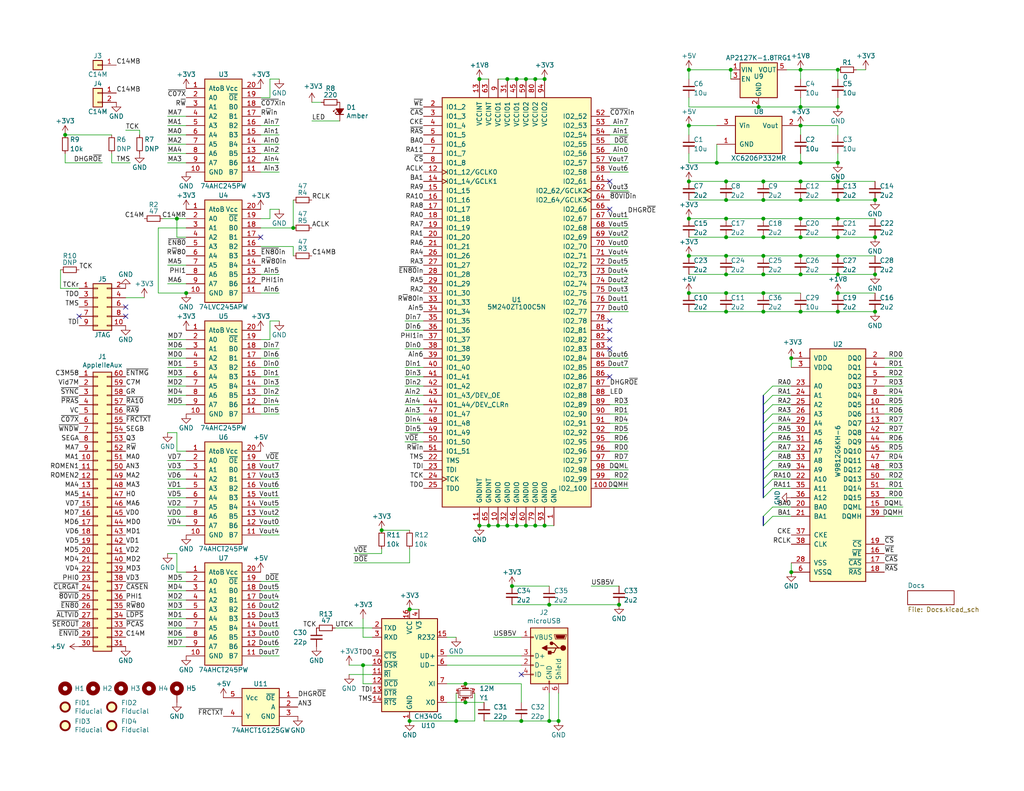
<source format=kicad_sch>
(kicad_sch (version 20230121) (generator eeschema)

  (uuid 0dd11af3-0465-4c84-bbb0-f3ae16a77316)

  (paper "USLetter")

  (title_block
    (title "GW4203B (RAM2E II) - EPM240 / 5M240Z / AG256")
    (date "2024-04-24")
    (rev "2.1")
    (company "Garrett's Workshop")
  )

  

  (junction (at 228.6 54.61) (diameter 0) (color 0 0 0 0)
    (uuid 0059b18c-bcd3-4c8e-823d-630a85b9047d)
  )
  (junction (at 208.28 59.69) (diameter 0) (color 0 0 0 0)
    (uuid 011b7542-9669-4748-a2e4-6e5efbb592b6)
  )
  (junction (at 198.12 80.01) (diameter 0) (color 0 0 0 0)
    (uuid 0a042fa6-8274-4040-b63f-e212b80e6556)
  )
  (junction (at 80.01 62.23) (diameter 0) (color 0 0 0 0)
    (uuid 0aab95f3-325b-4f6f-8922-62df77b62851)
  )
  (junction (at 218.44 19.05) (diameter 0) (color 0 0 0 0)
    (uuid 0c56f3ac-04fa-4baf-9d39-572641fd646b)
  )
  (junction (at 187.96 49.53) (diameter 0) (color 0 0 0 0)
    (uuid 0c7d1281-09ec-4048-ad18-f218874d7c78)
  )
  (junction (at 228.6 64.77) (diameter 0) (color 0 0 0 0)
    (uuid 14a12b81-849e-411d-858d-0b3108666163)
  )
  (junction (at 149.86 196.85) (diameter 0) (color 0 0 0 0)
    (uuid 1562f8b7-fa1c-410b-ab73-ce53b8301c5a)
  )
  (junction (at 228.6 85.09) (diameter 0) (color 0 0 0 0)
    (uuid 160dd0cd-8318-4108-a802-8e6045642334)
  )
  (junction (at 198.12 74.93) (diameter 0) (color 0 0 0 0)
    (uuid 194dd363-f81f-4344-8ffd-57d23bd8bc79)
  )
  (junction (at 228.6 80.01) (diameter 0) (color 0 0 0 0)
    (uuid 1cd200ba-3d14-43d9-b3ac-9e27038fe939)
  )
  (junction (at 208.28 69.85) (diameter 0) (color 0 0 0 0)
    (uuid 1f7e7493-60ff-4ae6-b57d-84ea206cb486)
  )
  (junction (at 218.44 85.09) (diameter 0) (color 0 0 0 0)
    (uuid 211b7878-7bca-43dd-b596-5167f5ee3af8)
  )
  (junction (at 208.28 64.77) (diameter 0) (color 0 0 0 0)
    (uuid 219597dd-4c29-49bc-ad89-395558238dc9)
  )
  (junction (at 111.76 166.37) (diameter 0) (color 0 0 0 0)
    (uuid 21ca9abf-ea57-49cf-9423-58199acae306)
  )
  (junction (at 168.91 165.1) (diameter 0) (color 0 0 0 0)
    (uuid 26900f7e-700e-40e0-9cf3-b701245dc78e)
  )
  (junction (at 228.6 74.93) (diameter 0) (color 0 0 0 0)
    (uuid 26d52578-7ede-47fa-ae07-a9b68c163c56)
  )
  (junction (at 238.76 64.77) (diameter 0) (color 0 0 0 0)
    (uuid 29417fc3-3202-4c46-9dce-f44c53ac5765)
  )
  (junction (at 198.12 69.85) (diameter 0) (color 0 0 0 0)
    (uuid 29fa37e8-eebc-4c34-915d-3f8165450826)
  )
  (junction (at 198.12 49.53) (diameter 0) (color 0 0 0 0)
    (uuid 2b50accc-18aa-4c4c-a193-633d6eb27012)
  )
  (junction (at 198.12 54.61) (diameter 0) (color 0 0 0 0)
    (uuid 2eb07d58-fd25-4d06-b564-9bc38bf2da07)
  )
  (junction (at 146.05 143.51) (diameter 0) (color 0 0 0 0)
    (uuid 2f97621e-6ee6-4240-866c-5eb89a8c2135)
  )
  (junction (at 215.9 97.79) (diameter 0) (color 0 0 0 0)
    (uuid 317ca426-ba7b-42b6-9322-3a8e6eb0907c)
  )
  (junction (at 152.4 196.85) (diameter 0) (color 0 0 0 0)
    (uuid 32aff099-2f21-4608-8ffe-15c7f7a66e22)
  )
  (junction (at 139.7 160.02) (diameter 0) (color 0 0 0 0)
    (uuid 39a0c9cc-7234-4fae-a6e6-3270f099ec44)
  )
  (junction (at 142.24 196.85) (diameter 0) (color 0 0 0 0)
    (uuid 3a811873-9631-49c6-bd6e-f9f117f4185b)
  )
  (junction (at 140.97 143.51) (diameter 0) (color 0 0 0 0)
    (uuid 3b6d1b5e-df37-407d-a191-c4d826f2ef4f)
  )
  (junction (at 199.39 19.05) (diameter 0) (color 0 0 0 0)
    (uuid 3dcd3ef5-cf00-440f-8384-20216c56afa4)
  )
  (junction (at 138.43 143.51) (diameter 0) (color 0 0 0 0)
    (uuid 44def0a9-c273-47e2-9e09-0873984426d9)
  )
  (junction (at 124.46 196.85) (diameter 0) (color 0 0 0 0)
    (uuid 4b43d8fa-192d-4b01-9066-4b536587fef2)
  )
  (junction (at 218.44 29.21) (diameter 0) (color 0 0 0 0)
    (uuid 4b6cd367-673b-4763-bfb0-2182335ae883)
  )
  (junction (at 146.05 21.59) (diameter 0) (color 0 0 0 0)
    (uuid 5351e433-1145-4526-b54c-4d932d32a44c)
  )
  (junction (at 218.44 44.45) (diameter 0) (color 0 0 0 0)
    (uuid 54fd5da1-2219-4046-9781-53935605ef32)
  )
  (junction (at 208.28 74.93) (diameter 0) (color 0 0 0 0)
    (uuid 56517e3d-b1d4-4ebc-95ac-90e4c96c174f)
  )
  (junction (at 187.96 80.01) (diameter 0) (color 0 0 0 0)
    (uuid 5d164c1c-6c96-4a22-a711-7e5ff7618d94)
  )
  (junction (at 218.44 49.53) (diameter 0) (color 0 0 0 0)
    (uuid 5e83c7d3-9a39-4259-aabb-b64d0908c93a)
  )
  (junction (at 208.28 80.01) (diameter 0) (color 0 0 0 0)
    (uuid 5f5dffa7-7098-47fb-981e-abf7abefd82a)
  )
  (junction (at 17.78 36.83) (diameter 0) (color 0 0 0 0)
    (uuid 65b918a4-b010-4840-b053-0a05307ba84d)
  )
  (junction (at 207.01 29.21) (diameter 0) (color 0 0 0 0)
    (uuid 6756d57a-a947-4642-9157-ff64064ac046)
  )
  (junction (at 148.59 21.59) (diameter 0) (color 0 0 0 0)
    (uuid 69bf2e86-dc67-4015-b785-ace70b1788f0)
  )
  (junction (at 198.12 85.09) (diameter 0) (color 0 0 0 0)
    (uuid 6d3b1ad9-d59b-44c6-8e7b-cea5b2d3f456)
  )
  (junction (at 187.96 59.69) (diameter 0) (color 0 0 0 0)
    (uuid 6dd9ea2c-88a3-4b2a-88ac-244a30bc4937)
  )
  (junction (at 138.43 21.59) (diameter 0) (color 0 0 0 0)
    (uuid 6f6aaae8-bd42-4946-8942-72593a5e81f7)
  )
  (junction (at 127 191.77) (diameter 0) (color 0 0 0 0)
    (uuid 756dbe77-564e-4ff5-9539-38cd8154f977)
  )
  (junction (at 140.97 21.59) (diameter 0) (color 0 0 0 0)
    (uuid 7b6a722c-c382-4903-b812-10180e243d14)
  )
  (junction (at 228.6 44.45) (diameter 0) (color 0 0 0 0)
    (uuid 8221dd51-8775-4897-b184-0ec081e09b74)
  )
  (junction (at 238.76 74.93) (diameter 0) (color 0 0 0 0)
    (uuid 83af5945-ea6f-4e76-b8b8-08749ac052a8)
  )
  (junction (at 215.9 156.21) (diameter 0) (color 0 0 0 0)
    (uuid 83f5b7cb-fd81-4212-9e4f-f840869dd073)
  )
  (junction (at 130.81 143.51) (diameter 0) (color 0 0 0 0)
    (uuid 849407f4-bdc9-4fcd-8ffb-3ba0bc4cdb0e)
  )
  (junction (at 133.35 143.51) (diameter 0) (color 0 0 0 0)
    (uuid 8c50f41d-a66b-4a1f-b05b-54a7611740bf)
  )
  (junction (at 198.12 64.77) (diameter 0) (color 0 0 0 0)
    (uuid 8d532e02-27bd-494c-a644-3f491d71ab2d)
  )
  (junction (at 208.28 85.09) (diameter 0) (color 0 0 0 0)
    (uuid 90839900-f1f8-4ce6-a65f-d9681111e9a0)
  )
  (junction (at 135.89 143.51) (diameter 0) (color 0 0 0 0)
    (uuid 92be92e1-db86-4c36-94e4-7b911752b343)
  )
  (junction (at 195.58 44.45) (diameter 0) (color 0 0 0 0)
    (uuid 94930711-6b70-4106-b24d-acb046fb6224)
  )
  (junction (at 218.44 59.69) (diameter 0) (color 0 0 0 0)
    (uuid 9612a49b-e04a-4da5-bf8a-7d03a70aeca6)
  )
  (junction (at 208.28 49.53) (diameter 0) (color 0 0 0 0)
    (uuid 9bba5f0c-715e-4657-8c84-6265d62d8288)
  )
  (junction (at 228.6 59.69) (diameter 0) (color 0 0 0 0)
    (uuid 9d053592-c297-48a9-aefc-09a25fa78b79)
  )
  (junction (at 238.76 85.09) (diameter 0) (color 0 0 0 0)
    (uuid a4b8bfef-1648-422c-bbba-f9b2cb873b99)
  )
  (junction (at 187.96 69.85) (diameter 0) (color 0 0 0 0)
    (uuid a70b1ed1-d692-4daa-b01a-36f5e1ad206c)
  )
  (junction (at 218.44 54.61) (diameter 0) (color 0 0 0 0)
    (uuid a7abc4d3-69d7-4897-8527-476a27436be0)
  )
  (junction (at 143.51 143.51) (diameter 0) (color 0 0 0 0)
    (uuid ab62a684-7fa7-4fce-bdc6-22b9b20739a8)
  )
  (junction (at 148.59 143.51) (diameter 0) (color 0 0 0 0)
    (uuid adb67abe-8f6c-4106-be1e-5dcc3853439c)
  )
  (junction (at 50.8 80.01) (diameter 0) (color 0 0 0 0)
    (uuid b4f2582b-db51-4fe2-8573-c61e30cfec1a)
  )
  (junction (at 143.51 21.59) (diameter 0) (color 0 0 0 0)
    (uuid bcda69b0-2eaa-401e-9446-c1ebefb34f66)
  )
  (junction (at 218.44 74.93) (diameter 0) (color 0 0 0 0)
    (uuid c1245f8b-6122-413d-89cd-936ee6602cef)
  )
  (junction (at 218.44 34.29) (diameter 0) (color 0 0 0 0)
    (uuid c1575617-34e1-42f0-a187-454d740838c6)
  )
  (junction (at 48.26 59.69) (diameter 0) (color 0 0 0 0)
    (uuid c1e18a9e-3ff8-471a-b719-7bb4509f6e99)
  )
  (junction (at 130.81 21.59) (diameter 0) (color 0 0 0 0)
    (uuid c9d011d7-8022-4d9d-987a-d2ef95faff05)
  )
  (junction (at 99.06 181.61) (diameter 0) (color 0 0 0 0)
    (uuid d1c281bd-4b75-46ad-b241-e4fbe5ad4da2)
  )
  (junction (at 187.96 19.05) (diameter 0) (color 0 0 0 0)
    (uuid d2133214-5d10-412a-9684-f750fe9bb0c3)
  )
  (junction (at 208.28 54.61) (diameter 0) (color 0 0 0 0)
    (uuid d581c5bd-5916-4f3c-a17d-63a8753f6ff4)
  )
  (junction (at 228.6 69.85) (diameter 0) (color 0 0 0 0)
    (uuid d68f3fa0-b572-46db-bdbe-97ac43a1cbb0)
  )
  (junction (at 111.76 196.85) (diameter 0) (color 0 0 0 0)
    (uuid ddbcd314-1506-4933-b457-886200a50a5c)
  )
  (junction (at 198.12 59.69) (diameter 0) (color 0 0 0 0)
    (uuid dffa7438-79a0-4174-bb5b-a58d3090f13c)
  )
  (junction (at 218.44 64.77) (diameter 0) (color 0 0 0 0)
    (uuid e0476451-ca9f-4e1d-b8a2-8d093bdf070c)
  )
  (junction (at 127 186.69) (diameter 0) (color 0 0 0 0)
    (uuid e0a987c5-8169-4afc-ac9a-df7071f8a54e)
  )
  (junction (at 228.6 19.05) (diameter 0) (color 0 0 0 0)
    (uuid e31343fa-c287-4dbb-84c4-47fd35ee6c18)
  )
  (junction (at 228.6 49.53) (diameter 0) (color 0 0 0 0)
    (uuid ec4e95dc-ccd0-40ab-a8c9-cd8810f64c59)
  )
  (junction (at 104.14 144.78) (diameter 0) (color 0 0 0 0)
    (uuid ed5a319c-a74e-4653-a8c3-e393355e47c3)
  )
  (junction (at 228.6 29.21) (diameter 0) (color 0 0 0 0)
    (uuid f2c83551-71c4-47c9-972d-2329787b9b2a)
  )
  (junction (at 149.86 165.1) (diameter 0) (color 0 0 0 0)
    (uuid f4731846-bca5-49d4-a728-47b6eb147050)
  )
  (junction (at 238.76 54.61) (diameter 0) (color 0 0 0 0)
    (uuid f661fc3b-486a-4276-80fa-a47ceae15c29)
  )
  (junction (at 187.96 34.29) (diameter 0) (color 0 0 0 0)
    (uuid fd641bc8-36ae-4fe1-94af-ab5a6f6ddebd)
  )
  (junction (at 218.44 69.85) (diameter 0) (color 0 0 0 0)
    (uuid fe948141-dfb5-45fe-8571-f06b20a10154)
  )

  (no_connect (at 71.12 64.77) (uuid 1dad6c87-1b1c-4c56-8f12-fa160d4940b5))
  (no_connect (at 166.37 102.87) (uuid 3f1ac660-9317-4266-8945-8d9cc2c276f0))
  (no_connect (at 166.37 49.53) (uuid 4beeb98d-936e-4ba6-8677-13ba0ac6ec2e))
  (no_connect (at 166.37 57.15) (uuid 6d9e4232-a0f1-4f9a-ac74-9b9bde238965))
  (no_connect (at 142.24 184.15) (uuid 7749c44b-dab4-41d1-9c8a-5be15a18f369))
  (no_connect (at 21.59 86.36) (uuid acf96ce8-9651-41ca-8b58-c7a6d5ab404f))
  (no_connect (at 166.37 95.25) (uuid c12553ee-aac9-4328-a3ca-3aec688d527f))
  (no_connect (at 34.29 86.36) (uuid d60cc1d4-8d2a-4bf0-b1f3-a6caf49e6682))
  (no_connect (at 166.37 87.63) (uuid e38999cb-c37a-470d-a317-9ce787e283e3))
  (no_connect (at 166.37 90.17) (uuid e9588708-bc08-427f-af11-a32aeab85a37))
  (no_connect (at 34.29 83.82) (uuid ee7bb785-8a53-443b-979e-b5f7fdfab84d))
  (no_connect (at 166.37 92.71) (uuid fcf50225-0512-4553-9bbc-60375ef03aa3))

  (bus_entry (at 210.82 128.27) (size -2.54 2.54)
    (stroke (width 0) (type default))
    (uuid 029f1e89-6833-433d-a0c0-26e14a6218b1)
  )
  (bus_entry (at 210.82 110.49) (size -2.54 2.54)
    (stroke (width 0) (type default))
    (uuid 0576f4ba-1d68-496c-9d38-6837afd7afe7)
  )
  (bus_entry (at 210.82 133.35) (size -2.54 2.54)
    (stroke (width 0) (type default))
    (uuid 477e4c54-d0d4-4000-bda5-e15e8763678b)
  )
  (bus_entry (at 210.82 130.81) (size -2.54 2.54)
    (stroke (width 0) (type default))
    (uuid 76e18a51-dee4-4dd7-86f8-5c3ed817632e)
  )
  (bus_entry (at 210.82 107.95) (size -2.54 2.54)
    (stroke (width 0) (type default))
    (uuid 96a2ceda-22bb-49af-a29a-64aba556876e)
  )
  (bus_entry (at 210.82 120.65) (size -2.54 2.54)
    (stroke (width 0) (type default))
    (uuid 9aa41e7d-e963-46f9-ade5-1761d4e5afce)
  )
  (bus_entry (at 210.82 138.43) (size -2.54 2.54)
    (stroke (width 0) (type default))
    (uuid 9f0de424-1606-41b2-bc38-c7cbd6d941a9)
  )
  (bus_entry (at 210.82 125.73) (size -2.54 2.54)
    (stroke (width 0) (type default))
    (uuid a7f28309-a719-4354-a362-06b80aab9d35)
  )
  (bus_entry (at 210.82 105.41) (size -2.54 2.54)
    (stroke (width 0) (type default))
    (uuid ac7eff84-105e-43a8-869b-974745cf33c6)
  )
  (bus_entry (at 210.82 113.03) (size -2.54 2.54)
    (stroke (width 0) (type default))
    (uuid bf274bc3-9eaf-461a-938d-89a34df3fc41)
  )
  (bus_entry (at 210.82 118.11) (size -2.54 2.54)
    (stroke (width 0) (type default))
    (uuid c2dd908b-a03b-43d8-a169-1cc496f35078)
  )
  (bus_entry (at 210.82 140.97) (size -2.54 2.54)
    (stroke (width 0) (type default))
    (uuid f20f9977-4343-4f16-b439-67a15c4e4c61)
  )
  (bus_entry (at 210.82 123.19) (size -2.54 2.54)
    (stroke (width 0) (type default))
    (uuid f5fa5106-9a59-45fd-9cef-ce559a9ad8b6)
  )
  (bus_entry (at 210.82 115.57) (size -2.54 2.54)
    (stroke (width 0) (type default))
    (uuid fe00ebbb-70f4-4930-b032-b5297bdcdb2a)
  )

  (wire (pts (xy 149.86 165.1) (xy 168.91 165.1))
    (stroke (width 0) (type default))
    (uuid 005709bf-c560-49f2-8558-33f3d9399194)
  )
  (wire (pts (xy 76.2 41.91) (xy 71.12 41.91))
    (stroke (width 0) (type default))
    (uuid 0128f967-35c6-4c3d-be5c-2077acb3d0d0)
  )
  (wire (pts (xy 110.49 95.25) (xy 115.57 95.25))
    (stroke (width 0) (type default))
    (uuid 014510ed-e339-41ba-8ccf-1a30dc512f19)
  )
  (wire (pts (xy 76.2 34.29) (xy 71.12 34.29))
    (stroke (width 0) (type default))
    (uuid 020f3f72-2162-4ed8-aec2-8ba6831812ff)
  )
  (wire (pts (xy 198.12 59.69) (xy 208.28 59.69))
    (stroke (width 0) (type default))
    (uuid 03e3892e-4eed-4dd0-b962-325820e5000f)
  )
  (wire (pts (xy 45.72 138.43) (xy 50.8 138.43))
    (stroke (width 0) (type default))
    (uuid 04f52f69-8fd3-4d21-8c02-6b4327316742)
  )
  (wire (pts (xy 166.37 130.81) (xy 171.45 130.81))
    (stroke (width 0) (type default))
    (uuid 06e8422a-f5f2-4c42-931b-d8a2e0861e56)
  )
  (wire (pts (xy 187.96 49.53) (xy 198.12 49.53))
    (stroke (width 0) (type default))
    (uuid 079bc002-badd-4a9d-8064-67eb157fc4d5)
  )
  (wire (pts (xy 198.12 74.93) (xy 208.28 74.93))
    (stroke (width 0) (type default))
    (uuid 07d71b67-ffb6-4ab8-8635-2c09b64d53cd)
  )
  (wire (pts (xy 171.45 115.57) (xy 166.37 115.57))
    (stroke (width 0) (type default))
    (uuid 07dfff43-f9a2-44e3-af20-cdd25e535814)
  )
  (wire (pts (xy 76.2 166.37) (xy 71.12 166.37))
    (stroke (width 0) (type default))
    (uuid 08284c14-675d-42f1-8c55-2ffa3589218f)
  )
  (wire (pts (xy 80.01 54.61) (xy 80.01 62.23))
    (stroke (width 0) (type default))
    (uuid 08472b81-db9d-4cf7-9421-23d64ba8ef29)
  )
  (wire (pts (xy 45.72 168.91) (xy 50.8 168.91))
    (stroke (width 0) (type default))
    (uuid 088af8af-30e0-4d66-b5ac-befca9addc81)
  )
  (wire (pts (xy 149.86 196.85) (xy 142.24 196.85))
    (stroke (width 0) (type default))
    (uuid 08a2644a-b7f8-4e60-81f3-39c6ce251015)
  )
  (wire (pts (xy 171.45 62.23) (xy 166.37 62.23))
    (stroke (width 0) (type default))
    (uuid 08f1a4a0-6eaf-419d-bf83-10c092fc6738)
  )
  (wire (pts (xy 76.2 100.33) (xy 71.12 100.33))
    (stroke (width 0) (type default))
    (uuid 08f928a7-9c83-4b91-ac01-a79d63f2d45f)
  )
  (wire (pts (xy 17.78 44.45) (xy 17.78 41.91))
    (stroke (width 0) (type default))
    (uuid 0967ba8f-0810-4f5f-b1d9-28b7503cad3d)
  )
  (wire (pts (xy 50.8 156.21) (xy 48.26 156.21))
    (stroke (width 0) (type default))
    (uuid 097be1ed-1ded-4f86-b186-8c6577eb2c26)
  )
  (wire (pts (xy 76.2 161.29) (xy 71.12 161.29))
    (stroke (width 0) (type default))
    (uuid 0bf85ec3-be49-4b1a-acdc-00146ad2d723)
  )
  (wire (pts (xy 73.66 57.15) (xy 73.66 59.69))
    (stroke (width 0) (type default))
    (uuid 0c3587c5-1508-4f1a-bd5e-452d3f4e92aa)
  )
  (wire (pts (xy 166.37 123.19) (xy 171.45 123.19))
    (stroke (width 0) (type default))
    (uuid 0d6c18c7-944b-40bd-ab99-cd418f48e7f3)
  )
  (wire (pts (xy 187.96 29.21) (xy 207.01 29.21))
    (stroke (width 0) (type default))
    (uuid 0fc1c104-49af-41ef-927a-86065cf9244d)
  )
  (wire (pts (xy 45.72 163.83) (xy 50.8 163.83))
    (stroke (width 0) (type default))
    (uuid 102379cf-b0c5-4970-816a-fb3e0ded86e8)
  )
  (wire (pts (xy 45.72 173.99) (xy 50.8 173.99))
    (stroke (width 0) (type default))
    (uuid 109a9a14-cdea-4523-8c38-4c274db3ad11)
  )
  (wire (pts (xy 215.9 115.57) (xy 210.82 115.57))
    (stroke (width 0) (type default))
    (uuid 10cfd500-1ad9-4632-a3aa-36623b61aec2)
  )
  (wire (pts (xy 246.38 118.11) (xy 241.3 118.11))
    (stroke (width 0) (type default))
    (uuid 119ee50b-3759-4653-899d-72997c5d81ca)
  )
  (wire (pts (xy 215.9 130.81) (xy 210.82 130.81))
    (stroke (width 0) (type default))
    (uuid 11b19dbd-1713-498a-8603-a9528169638e)
  )
  (bus (pts (xy 208.28 128.27) (xy 208.28 130.81))
    (stroke (width 0) (type default))
    (uuid 1255d308-4cf7-4574-91ab-0ce746d7c1a0)
  )

  (wire (pts (xy 96.52 151.13) (xy 104.14 151.13))
    (stroke (width 0) (type default))
    (uuid 125bdb8b-c661-4a3d-8ccc-49e2b464aee8)
  )
  (wire (pts (xy 171.45 85.09) (xy 166.37 85.09))
    (stroke (width 0) (type default))
    (uuid 12d3fcef-d982-444b-be71-681e941cf0e6)
  )
  (wire (pts (xy 76.2 95.25) (xy 71.12 95.25))
    (stroke (width 0) (type default))
    (uuid 12efa229-efc6-41c3-a5d2-237b462d86b8)
  )
  (wire (pts (xy 76.2 163.83) (xy 71.12 163.83))
    (stroke (width 0) (type default))
    (uuid 152a7787-4307-471c-aae3-cae4528157b4)
  )
  (wire (pts (xy 187.96 74.93) (xy 198.12 74.93))
    (stroke (width 0) (type default))
    (uuid 1555d3f4-4a3c-4b27-bc73-568bbdf65126)
  )
  (wire (pts (xy 76.2 107.95) (xy 71.12 107.95))
    (stroke (width 0) (type default))
    (uuid 15d0a934-09dc-49de-8d88-8d84712e19e4)
  )
  (wire (pts (xy 16.51 73.66) (xy 16.51 78.74))
    (stroke (width 0) (type default))
    (uuid 1640afd8-66d7-49ec-9cf8-03851db4909d)
  )
  (wire (pts (xy 45.72 105.41) (xy 50.8 105.41))
    (stroke (width 0) (type default))
    (uuid 1761b802-ce77-42da-8328-8beec646adce)
  )
  (wire (pts (xy 139.7 160.02) (xy 149.86 160.02))
    (stroke (width 0) (type default))
    (uuid 177cb4fb-4d8c-4fc0-bcac-da77eb0775a0)
  )
  (wire (pts (xy 171.45 113.03) (xy 166.37 113.03))
    (stroke (width 0) (type default))
    (uuid 1945cc98-8eaa-4a54-b125-dd97cf5f26f7)
  )
  (wire (pts (xy 238.76 85.09) (xy 228.6 85.09))
    (stroke (width 0) (type default))
    (uuid 19ff236d-87e1-47b4-81ff-a7165c367414)
  )
  (wire (pts (xy 48.26 123.19) (xy 48.26 118.11))
    (stroke (width 0) (type default))
    (uuid 1a4f9a0e-0aad-4b91-a0b2-d5cd57a3f45e)
  )
  (wire (pts (xy 187.96 44.45) (xy 195.58 44.45))
    (stroke (width 0) (type default))
    (uuid 1a620923-2b7a-49f8-9a25-f605b1cb349a)
  )
  (wire (pts (xy 43.18 62.23) (xy 43.18 80.01))
    (stroke (width 0) (type default))
    (uuid 1b857bb7-1b9d-4943-a688-d84edce47304)
  )
  (wire (pts (xy 218.44 29.21) (xy 218.44 26.67))
    (stroke (width 0) (type default))
    (uuid 1b89f872-adbf-40ca-b2ac-a5c2e1ad903c)
  )
  (wire (pts (xy 43.18 80.01) (xy 50.8 80.01))
    (stroke (width 0) (type default))
    (uuid 1bc1c667-c167-4a82-ad4c-353836bd2105)
  )
  (wire (pts (xy 121.92 186.69) (xy 127 186.69))
    (stroke (width 0) (type default))
    (uuid 1bc4e259-a429-4d1a-b8d4-690fe40112fd)
  )
  (wire (pts (xy 21.59 78.74) (xy 16.51 78.74))
    (stroke (width 0) (type default))
    (uuid 1cc15376-6d3b-49ae-84cd-aa499ee3e3cc)
  )
  (wire (pts (xy 127 186.69) (xy 142.24 186.69))
    (stroke (width 0) (type default))
    (uuid 1da07f4b-043c-4574-8337-e4407f4e20c5)
  )
  (wire (pts (xy 148.59 143.51) (xy 151.13 143.51))
    (stroke (width 0) (type default))
    (uuid 1efbbe38-c041-476f-9eb6-04608fbd85d0)
  )
  (wire (pts (xy 218.44 74.93) (xy 228.6 74.93))
    (stroke (width 0) (type default))
    (uuid 1f170376-a208-4fe9-8620-e0bed14414fe)
  )
  (wire (pts (xy 161.29 160.02) (xy 168.91 160.02))
    (stroke (width 0) (type default))
    (uuid 2078ee27-b645-46c0-8a27-d08382552a53)
  )
  (wire (pts (xy 45.72 176.53) (xy 50.8 176.53))
    (stroke (width 0) (type default))
    (uuid 20a8402f-44f7-469d-a276-8c1f8f5d2814)
  )
  (wire (pts (xy 215.9 107.95) (xy 210.82 107.95))
    (stroke (width 0) (type default))
    (uuid 2127a8c1-3c14-452e-b492-7fe3db8b903a)
  )
  (wire (pts (xy 76.2 146.05) (xy 71.12 146.05))
    (stroke (width 0) (type default))
    (uuid 2198f966-1e9b-43b9-8f6c-8bb2c38b5885)
  )
  (wire (pts (xy 246.38 128.27) (xy 241.3 128.27))
    (stroke (width 0) (type default))
    (uuid 21dfa52e-b772-42b1-917d-0d9b2d695c03)
  )
  (wire (pts (xy 215.9 140.97) (xy 210.82 140.97))
    (stroke (width 0) (type default))
    (uuid 221395ac-01cd-4679-b134-43957f06b181)
  )
  (wire (pts (xy 110.49 107.95) (xy 115.57 107.95))
    (stroke (width 0) (type default))
    (uuid 23ecfdf9-f002-4317-8079-2960bb43c0ac)
  )
  (wire (pts (xy 76.2 36.83) (xy 71.12 36.83))
    (stroke (width 0) (type default))
    (uuid 248a3372-36ef-47c0-be8c-3b4166438279)
  )
  (wire (pts (xy 71.12 158.75) (xy 76.2 158.75))
    (stroke (width 0) (type default))
    (uuid 2521eb03-65b3-425d-bc1a-da85d4811a90)
  )
  (wire (pts (xy 76.2 173.99) (xy 71.12 173.99))
    (stroke (width 0) (type default))
    (uuid 262cf6e0-a274-45b2-8388-5f0e267f8a3c)
  )
  (wire (pts (xy 171.45 69.85) (xy 166.37 69.85))
    (stroke (width 0) (type default))
    (uuid 26b6244c-c72f-4e5f-98f4-6de2f53e041f)
  )
  (wire (pts (xy 48.26 118.11) (xy 45.72 118.11))
    (stroke (width 0) (type default))
    (uuid 27045176-b7ff-41a4-97c6-4ceb2e45c6f5)
  )
  (wire (pts (xy 143.51 143.51) (xy 140.97 143.51))
    (stroke (width 0) (type default))
    (uuid 27607d1f-e77b-47b7-aad6-23f308062c7f)
  )
  (wire (pts (xy 148.59 143.51) (xy 146.05 143.51))
    (stroke (width 0) (type default))
    (uuid 287ddbb4-96c3-4c79-b9a7-1f34913d0d9a)
  )
  (wire (pts (xy 115.57 120.65) (xy 110.49 120.65))
    (stroke (width 0) (type default))
    (uuid 28d3bc8f-3c64-4f16-9ff9-6f16404fd02b)
  )
  (wire (pts (xy 215.9 123.19) (xy 210.82 123.19))
    (stroke (width 0) (type default))
    (uuid 29299772-d96f-48cd-9757-36d928cd151f)
  )
  (wire (pts (xy 45.72 166.37) (xy 50.8 166.37))
    (stroke (width 0) (type default))
    (uuid 2a54b129-c89c-42d5-8665-6603aa18b80e)
  )
  (wire (pts (xy 76.2 44.45) (xy 71.12 44.45))
    (stroke (width 0) (type default))
    (uuid 2af6c12c-6336-45b1-bb6b-ac7916b8504e)
  )
  (wire (pts (xy 228.6 49.53) (xy 238.76 49.53))
    (stroke (width 0) (type default))
    (uuid 2b077aa5-326f-422b-a94a-65bd6d88cc3d)
  )
  (wire (pts (xy 110.49 118.11) (xy 115.57 118.11))
    (stroke (width 0) (type default))
    (uuid 2b35f28d-190e-4830-8ae7-f2b301f02b96)
  )
  (wire (pts (xy 121.92 173.99) (xy 124.46 173.99))
    (stroke (width 0) (type default))
    (uuid 2b4f9f0f-d78f-497e-8409-984ad6411ab2)
  )
  (wire (pts (xy 208.28 49.53) (xy 218.44 49.53))
    (stroke (width 0) (type default))
    (uuid 2d08ffb2-9490-4c38-8657-0be49696aab4)
  )
  (wire (pts (xy 198.12 49.53) (xy 208.28 49.53))
    (stroke (width 0) (type default))
    (uuid 2e1bc710-4228-4a81-8283-0fe02dd32e72)
  )
  (wire (pts (xy 85.09 27.94) (xy 87.63 27.94))
    (stroke (width 0) (type default))
    (uuid 2ef0029e-168c-4ead-bc99-39df34e10cbe)
  )
  (wire (pts (xy 246.38 133.35) (xy 241.3 133.35))
    (stroke (width 0) (type default))
    (uuid 2f587dee-d735-4854-be32-3a01529f2e64)
  )
  (wire (pts (xy 228.6 74.93) (xy 238.76 74.93))
    (stroke (width 0) (type default))
    (uuid 2fe7a36b-539f-450e-95ae-4b9b7c4198fa)
  )
  (wire (pts (xy 76.2 143.51) (xy 71.12 143.51))
    (stroke (width 0) (type default))
    (uuid 30dd4cd6-1f2b-44a4-8479-14b5428c5920)
  )
  (wire (pts (xy 208.28 80.01) (xy 218.44 80.01))
    (stroke (width 0) (type default))
    (uuid 310a2b6a-62a5-4045-bcf1-09ee3f1069bd)
  )
  (wire (pts (xy 45.72 44.45) (xy 50.8 44.45))
    (stroke (width 0) (type default))
    (uuid 31a0033c-7480-4bd1-9608-615387199ee1)
  )
  (wire (pts (xy 73.66 57.15) (xy 76.2 57.15))
    (stroke (width 0) (type default))
    (uuid 324730de-9d8e-4937-a766-7965985b7a25)
  )
  (wire (pts (xy 71.12 67.31) (xy 80.01 67.31))
    (stroke (width 0) (type default))
    (uuid 32963958-da5e-4670-b9ab-d96c64cdf9d4)
  )
  (wire (pts (xy 104.14 149.86) (xy 104.14 151.13))
    (stroke (width 0) (type default))
    (uuid 336d9818-9c77-4526-8b6b-ef31b02a912a)
  )
  (wire (pts (xy 215.9 138.43) (xy 210.82 138.43))
    (stroke (width 0) (type default))
    (uuid 33da1b94-6b6e-4ef8-b959-2c50fd0ef737)
  )
  (wire (pts (xy 127 191.77) (xy 132.08 191.77))
    (stroke (width 0) (type default))
    (uuid 355d1c6c-03eb-4a22-93c4-15589047bf51)
  )
  (wire (pts (xy 76.2 135.89) (xy 71.12 135.89))
    (stroke (width 0) (type default))
    (uuid 35ea0bba-cc5c-4fbf-84b5-195c6f90a50c)
  )
  (wire (pts (xy 71.12 26.67) (xy 73.66 26.67))
    (stroke (width 0) (type default))
    (uuid 371c9b56-6567-48cb-9cd8-c6275ff35154)
  )
  (wire (pts (xy 45.72 41.91) (xy 50.8 41.91))
    (stroke (width 0) (type default))
    (uuid 371dd5ca-3170-467a-8038-75f79a4e7072)
  )
  (wire (pts (xy 17.78 44.45) (xy 27.94 44.45))
    (stroke (width 0) (type default))
    (uuid 37533def-1635-4b49-9f69-0ec52029b5f6)
  )
  (bus (pts (xy 208.28 125.73) (xy 208.28 128.27))
    (stroke (width 0) (type default))
    (uuid 37884c50-deb4-4714-bd01-4bc4942ab872)
  )

  (wire (pts (xy 45.72 133.35) (xy 50.8 133.35))
    (stroke (width 0) (type default))
    (uuid 395e7347-1e6e-4e1b-a3d3-34d7e039d3d4)
  )
  (wire (pts (xy 246.38 123.19) (xy 241.3 123.19))
    (stroke (width 0) (type default))
    (uuid 3c01bd12-1fe5-4184-ac9c-fb6421701d1e)
  )
  (wire (pts (xy 45.72 128.27) (xy 50.8 128.27))
    (stroke (width 0) (type default))
    (uuid 3c6fb61b-271c-4f62-9a8b-ca6e4302b9c8)
  )
  (wire (pts (xy 95.25 181.61) (xy 99.06 181.61))
    (stroke (width 0) (type default))
    (uuid 3fec6bd7-8928-409d-bc32-7ed5ed3150a6)
  )
  (wire (pts (xy 45.72 72.39) (xy 50.8 72.39))
    (stroke (width 0) (type default))
    (uuid 403f0cd9-a285-449b-8d66-9cf3e1aaaae8)
  )
  (wire (pts (xy 142.24 196.85) (xy 132.08 196.85))
    (stroke (width 0) (type default))
    (uuid 40756da3-ef61-40ac-a2e1-e722e91d7b0e)
  )
  (wire (pts (xy 48.26 59.69) (xy 48.26 64.77))
    (stroke (width 0) (type default))
    (uuid 41167c49-98d4-4348-be76-6c2cb9c4f5e1)
  )
  (wire (pts (xy 44.45 59.69) (xy 48.26 59.69))
    (stroke (width 0) (type default))
    (uuid 458cf876-2052-4381-81c8-9d2a8f86b233)
  )
  (wire (pts (xy 45.72 102.87) (xy 50.8 102.87))
    (stroke (width 0) (type default))
    (uuid 480ef8c3-f8fb-4a17-b015-b3cb850c82ac)
  )
  (wire (pts (xy 110.49 115.57) (xy 115.57 115.57))
    (stroke (width 0) (type default))
    (uuid 48770c6d-f6ae-42db-924e-d1c39b81667c)
  )
  (wire (pts (xy 76.2 130.81) (xy 71.12 130.81))
    (stroke (width 0) (type default))
    (uuid 4a4ffcd2-406d-4cdc-bd51-d9c3e5f081a2)
  )
  (wire (pts (xy 246.38 105.41) (xy 241.3 105.41))
    (stroke (width 0) (type default))
    (uuid 4aabebd3-2e08-46e5-a29a-8080039d1c03)
  )
  (wire (pts (xy 38.1 35.56) (xy 34.29 35.56))
    (stroke (width 0) (type default))
    (uuid 4cb3b2e6-0242-46aa-8b21-91b682c00dcc)
  )
  (wire (pts (xy 215.9 156.21) (xy 215.9 153.67))
    (stroke (width 0) (type default))
    (uuid 4ce25ae4-3387-4954-a939-7cba91df6d93)
  )
  (wire (pts (xy 139.7 165.1) (xy 149.86 165.1))
    (stroke (width 0) (type default))
    (uuid 4f37762a-9682-4adc-b328-3bc060a67f21)
  )
  (wire (pts (xy 171.45 110.49) (xy 166.37 110.49))
    (stroke (width 0) (type default))
    (uuid 504bb904-b6ef-4dc1-b8e7-8e05e9282ca9)
  )
  (wire (pts (xy 146.05 21.59) (xy 143.51 21.59))
    (stroke (width 0) (type default))
    (uuid 51e6fbde-ce39-4958-b8b5-4ea6b4a08073)
  )
  (wire (pts (xy 228.6 44.45) (xy 228.6 41.91))
    (stroke (width 0) (type default))
    (uuid 528c5930-78fb-43ad-b1e8-efc4c8159c0b)
  )
  (bus (pts (xy 208.28 133.35) (xy 208.28 135.89))
    (stroke (width 0) (type default))
    (uuid 53244e19-7668-4ace-aaa2-2d75ca434980)
  )

  (wire (pts (xy 48.26 151.13) (xy 45.72 151.13))
    (stroke (width 0) (type default))
    (uuid 53a9cb55-2f60-4bff-80ab-e9937a0a5537)
  )
  (wire (pts (xy 246.38 107.95) (xy 241.3 107.95))
    (stroke (width 0) (type default))
    (uuid 53b7f516-0e18-40c6-8679-68a3a94db3ba)
  )
  (wire (pts (xy 218.44 21.59) (xy 218.44 19.05))
    (stroke (width 0) (type default))
    (uuid 54e48f08-3731-4d42-9b1f-6394793e7bf2)
  )
  (wire (pts (xy 187.96 29.21) (xy 187.96 26.67))
    (stroke (width 0) (type default))
    (uuid 54e4e498-0ddb-428d-abbd-28cf4fdcc81b)
  )
  (wire (pts (xy 215.9 113.03) (xy 210.82 113.03))
    (stroke (width 0) (type default))
    (uuid 5531a060-f0d0-4850-9752-44f29ab4a628)
  )
  (wire (pts (xy 246.38 102.87) (xy 241.3 102.87))
    (stroke (width 0) (type default))
    (uuid 5676a45d-d388-4f71-ae14-4c5d67d8d9dd)
  )
  (wire (pts (xy 45.72 171.45) (xy 50.8 171.45))
    (stroke (width 0) (type default))
    (uuid 56a0f2ce-bc82-4ce7-939d-955498a84337)
  )
  (wire (pts (xy 130.81 21.59) (xy 133.35 21.59))
    (stroke (width 0) (type default))
    (uuid 572540e7-0916-462c-bc7b-d2c896789994)
  )
  (wire (pts (xy 218.44 69.85) (xy 228.6 69.85))
    (stroke (width 0) (type default))
    (uuid 574e6c98-202a-4c73-94fc-ccace90851b5)
  )
  (wire (pts (xy 76.2 133.35) (xy 71.12 133.35))
    (stroke (width 0) (type default))
    (uuid 57591bcb-4ae9-4e14-98e8-ca326455c5f3)
  )
  (wire (pts (xy 143.51 21.59) (xy 140.97 21.59))
    (stroke (width 0) (type default))
    (uuid 57f22bcf-ebe3-4d4f-ac03-2ea98385d22a)
  )
  (wire (pts (xy 195.58 44.45) (xy 195.58 39.37))
    (stroke (width 0) (type default))
    (uuid 58686521-ac7d-4643-bafc-57ab4c4a46a9)
  )
  (wire (pts (xy 48.26 64.77) (xy 50.8 64.77))
    (stroke (width 0) (type default))
    (uuid 5918c497-8f26-46d4-9b01-c1b01a95f214)
  )
  (wire (pts (xy 104.14 144.78) (xy 111.76 144.78))
    (stroke (width 0) (type default))
    (uuid 5924219d-4ee3-42be-ad02-140b33854dfa)
  )
  (wire (pts (xy 228.6 34.29) (xy 218.44 34.29))
    (stroke (width 0) (type default))
    (uuid 59fad513-9b3e-458c-b252-fb5b084b759a)
  )
  (bus (pts (xy 208.28 130.81) (xy 208.28 133.35))
    (stroke (width 0) (type default))
    (uuid 5a6aea9e-ad99-4072-a714-d2585e93c085)
  )

  (wire (pts (xy 187.96 19.05) (xy 187.96 21.59))
    (stroke (width 0) (type default))
    (uuid 5a74faee-196a-4f1e-98ee-d73326fa4c02)
  )
  (bus (pts (xy 208.28 107.95) (xy 208.28 110.49))
    (stroke (width 0) (type default))
    (uuid 5c449da8-fe19-4781-b722-9b840a0e07a5)
  )

  (wire (pts (xy 17.78 36.83) (xy 30.48 36.83))
    (stroke (width 0) (type default))
    (uuid 5f29ccf9-eb62-44cb-90c6-ec091c1ed605)
  )
  (wire (pts (xy 171.45 100.33) (xy 166.37 100.33))
    (stroke (width 0) (type default))
    (uuid 6086315b-9945-4dc6-a6cb-b6b44db7fcc1)
  )
  (wire (pts (xy 171.45 77.47) (xy 166.37 77.47))
    (stroke (width 0) (type default))
    (uuid 615de56d-da17-4f8e-ba22-ff849d5b4ed8)
  )
  (wire (pts (xy 71.12 125.73) (xy 76.2 125.73))
    (stroke (width 0) (type default))
    (uuid 620ac344-0298-48f7-ac7b-185285dea01d)
  )
  (wire (pts (xy 45.72 135.89) (xy 50.8 135.89))
    (stroke (width 0) (type default))
    (uuid 628511c4-607f-4257-be68-015b9fd98d9e)
  )
  (wire (pts (xy 110.49 102.87) (xy 115.57 102.87))
    (stroke (width 0) (type default))
    (uuid 64da7863-94d2-47aa-adac-5487f1053e05)
  )
  (wire (pts (xy 171.45 74.93) (xy 166.37 74.93))
    (stroke (width 0) (type default))
    (uuid 64f5d331-b08a-4b99-850c-6d754274cd45)
  )
  (wire (pts (xy 171.45 64.77) (xy 166.37 64.77))
    (stroke (width 0) (type default))
    (uuid 66de6009-c167-4cc2-9e16-273ff38a85c1)
  )
  (wire (pts (xy 138.43 143.51) (xy 135.89 143.51))
    (stroke (width 0) (type default))
    (uuid 68e73c5d-1c29-465f-a273-3261a770daf5)
  )
  (wire (pts (xy 187.96 34.29) (xy 195.58 34.29))
    (stroke (width 0) (type default))
    (uuid 6907eebb-6326-46bc-b25e-987d67ca71cc)
  )
  (bus (pts (xy 208.28 115.57) (xy 208.28 118.11))
    (stroke (width 0) (type default))
    (uuid 69a8628b-c40a-4215-aa1e-6abdf82cc49a)
  )

  (wire (pts (xy 110.49 110.49) (xy 115.57 110.49))
    (stroke (width 0) (type default))
    (uuid 6c3947ed-c0be-484d-a924-0ad97a9ea3ce)
  )
  (wire (pts (xy 246.38 135.89) (xy 241.3 135.89))
    (stroke (width 0) (type default))
    (uuid 6d279d2b-7a98-4bc5-8c92-18fbcadff0e3)
  )
  (wire (pts (xy 76.2 171.45) (xy 71.12 171.45))
    (stroke (width 0) (type default))
    (uuid 6dc8ab32-f041-456e-8799-b7f485b50fb4)
  )
  (wire (pts (xy 218.44 29.21) (xy 228.6 29.21))
    (stroke (width 0) (type default))
    (uuid 71f0f492-c396-49c6-b8b4-0ff66427c4f6)
  )
  (wire (pts (xy 146.05 143.51) (xy 143.51 143.51))
    (stroke (width 0) (type default))
    (uuid 73266f56-2df9-4d76-809e-504768dc7072)
  )
  (wire (pts (xy 45.72 77.47) (xy 50.8 77.47))
    (stroke (width 0) (type default))
    (uuid 73cbe26f-9c3d-45cb-aa8a-afa8a377c877)
  )
  (wire (pts (xy 215.9 128.27) (xy 210.82 128.27))
    (stroke (width 0) (type default))
    (uuid 746fcf3a-a36c-4631-8904-065674d8dd01)
  )
  (wire (pts (xy 215.9 100.33) (xy 215.9 97.79))
    (stroke (width 0) (type default))
    (uuid 76a5cae9-e984-44cc-888a-df9dd533d602)
  )
  (wire (pts (xy 228.6 36.83) (xy 228.6 34.29))
    (stroke (width 0) (type default))
    (uuid 771825db-a348-4ff8-af85-e1920b62b376)
  )
  (wire (pts (xy 187.96 80.01) (xy 198.12 80.01))
    (stroke (width 0) (type default))
    (uuid 77419559-24e6-4011-a786-1f288db0ae42)
  )
  (wire (pts (xy 30.48 44.45) (xy 30.48 41.91))
    (stroke (width 0) (type default))
    (uuid 774a81a8-6c47-4cc8-a1d0-18fd149d7342)
  )
  (wire (pts (xy 228.6 64.77) (xy 238.76 64.77))
    (stroke (width 0) (type default))
    (uuid 79342f1c-a139-46c5-9da7-aa67e0d1c806)
  )
  (wire (pts (xy 210.82 133.35) (xy 215.9 133.35))
    (stroke (width 0) (type default))
    (uuid 7ab813d4-f6f7-4ea5-a12b-1d522c2576f2)
  )
  (wire (pts (xy 76.2 176.53) (xy 71.12 176.53))
    (stroke (width 0) (type default))
    (uuid 7abebe63-08e5-4781-8c70-7b7b1a18b896)
  )
  (wire (pts (xy 187.96 54.61) (xy 198.12 54.61))
    (stroke (width 0) (type default))
    (uuid 7ae474df-9ff0-44f9-93fa-74812f2ea02f)
  )
  (wire (pts (xy 101.6 186.69) (xy 99.06 186.69))
    (stroke (width 0) (type default))
    (uuid 7bb0bb26-a9d9-4786-b50c-bda158c35d63)
  )
  (wire (pts (xy 73.66 87.63) (xy 76.2 87.63))
    (stroke (width 0) (type default))
    (uuid 7cd3e7cf-6221-4496-89ae-2760b8145c5b)
  )
  (wire (pts (xy 110.49 90.17) (xy 115.57 90.17))
    (stroke (width 0) (type default))
    (uuid 7ee308c6-5a37-4702-bba4-6407e53ae8da)
  )
  (wire (pts (xy 129.54 189.23) (xy 129.54 196.85))
    (stroke (width 0) (type default))
    (uuid 7f3d9b9a-8168-404a-abdd-25d3b9a341ea)
  )
  (wire (pts (xy 246.38 100.33) (xy 241.3 100.33))
    (stroke (width 0) (type default))
    (uuid 7f77f6d5-36f4-4734-a901-cfcd6f45283a)
  )
  (wire (pts (xy 187.96 44.45) (xy 187.96 41.91))
    (stroke (width 0) (type default))
    (uuid 80c5a1a7-a7b3-4211-a8a8-78a9585ae5b1)
  )
  (wire (pts (xy 110.49 87.63) (xy 115.57 87.63))
    (stroke (width 0) (type default))
    (uuid 82dd72a7-1874-48ff-a0de-86dd90b83415)
  )
  (wire (pts (xy 76.2 80.01) (xy 71.12 80.01))
    (stroke (width 0) (type default))
    (uuid 833ab74d-fc0a-45bb-8638-e35963aad40b)
  )
  (wire (pts (xy 218.44 19.05) (xy 214.63 19.05))
    (stroke (width 0) (type default))
    (uuid 84439c49-9fee-4f41-854b-d4bfafb2e823)
  )
  (wire (pts (xy 187.96 69.85) (xy 198.12 69.85))
    (stroke (width 0) (type default))
    (uuid 8495a86a-1fd8-4523-bf6b-c0534c753bd0)
  )
  (wire (pts (xy 45.72 34.29) (xy 50.8 34.29))
    (stroke (width 0) (type default))
    (uuid 85322eab-ae44-4d67-8450-3127343bcdc8)
  )
  (wire (pts (xy 171.45 80.01) (xy 166.37 80.01))
    (stroke (width 0) (type default))
    (uuid 854e048e-7bff-4e98-8119-4235798a89a4)
  )
  (wire (pts (xy 171.45 46.99) (xy 166.37 46.99))
    (stroke (width 0) (type default))
    (uuid 868e3991-a970-4de8-8efd-e180dcf7629a)
  )
  (wire (pts (xy 45.72 158.75) (xy 50.8 158.75))
    (stroke (width 0) (type default))
    (uuid 88193911-7383-401d-a02f-5f2387b4038a)
  )
  (wire (pts (xy 76.2 138.43) (xy 71.12 138.43))
    (stroke (width 0) (type default))
    (uuid 8844a0cc-c95c-458c-a864-2287611870f8)
  )
  (wire (pts (xy 73.66 21.59) (xy 76.2 21.59))
    (stroke (width 0) (type default))
    (uuid 8859c9b7-0239-4015-ab59-35bca797db4d)
  )
  (wire (pts (xy 246.38 120.65) (xy 241.3 120.65))
    (stroke (width 0) (type default))
    (uuid 89e6a703-3d67-494b-91e4-5c5e966349d9)
  )
  (wire (pts (xy 218.44 44.45) (xy 218.44 41.91))
    (stroke (width 0) (type default))
    (uuid 8a803576-fc94-440b-88aa-6d6da7e33e83)
  )
  (wire (pts (xy 218.44 44.45) (xy 228.6 44.45))
    (stroke (width 0) (type default))
    (uuid 8b057718-d70f-4a44-896d-1e7570489fae)
  )
  (wire (pts (xy 246.38 130.81) (xy 241.3 130.81))
    (stroke (width 0) (type default))
    (uuid 8b6ac550-580a-4760-a6e7-c177150a3bf6)
  )
  (wire (pts (xy 208.28 74.93) (xy 218.44 74.93))
    (stroke (width 0) (type default))
    (uuid 8bfe9b5c-dce7-46c1-9a8b-83182eb844b9)
  )
  (wire (pts (xy 171.45 82.55) (xy 166.37 82.55))
    (stroke (width 0) (type default))
    (uuid 8c145058-f2c8-4a55-ad68-9a5de519088f)
  )
  (wire (pts (xy 101.6 184.15) (xy 95.25 184.15))
    (stroke (width 0) (type default))
    (uuid 8caac2da-7b37-4853-af7a-4a49907108a9)
  )
  (wire (pts (xy 208.28 64.77) (xy 218.44 64.77))
    (stroke (width 0) (type default))
    (uuid 8d136fc5-111f-4b19-aee1-b4b79eaed40a)
  )
  (wire (pts (xy 73.66 92.71) (xy 73.66 87.63))
    (stroke (width 0) (type default))
    (uuid 8f45308d-053e-4425-b4ff-c7434915b760)
  )
  (wire (pts (xy 76.2 113.03) (xy 71.12 113.03))
    (stroke (width 0) (type default))
    (uuid 9034f80c-9186-4a64-b63b-c03dd8f1a732)
  )
  (wire (pts (xy 45.72 39.37) (xy 50.8 39.37))
    (stroke (width 0) (type default))
    (uuid 92d145d2-57f7-45f8-98f2-b63625ebcc0d)
  )
  (wire (pts (xy 45.72 130.81) (xy 50.8 130.81))
    (stroke (width 0) (type default))
    (uuid 93aa2d75-237d-4bd9-9c2f-e4f80218b8df)
  )
  (wire (pts (xy 218.44 59.69) (xy 228.6 59.69))
    (stroke (width 0) (type default))
    (uuid 94c1419f-238f-458a-a07e-59813a54c43e)
  )
  (wire (pts (xy 140.97 21.59) (xy 138.43 21.59))
    (stroke (width 0) (type default))
    (uuid 96174339-6bd6-4e5e-bba0-d76b79c0e14a)
  )
  (wire (pts (xy 129.54 196.85) (xy 124.46 196.85))
    (stroke (width 0) (type default))
    (uuid 982b901c-a57c-4895-9022-b3e632b274d5)
  )
  (wire (pts (xy 228.6 59.69) (xy 238.76 59.69))
    (stroke (width 0) (type default))
    (uuid 996cf0e4-2d08-4369-ab7e-c06d90968339)
  )
  (wire (pts (xy 111.76 196.85) (xy 124.46 196.85))
    (stroke (width 0) (type default))
    (uuid 9acd6827-81dd-4a21-bc94-dd7956e733e0)
  )
  (wire (pts (xy 171.45 52.07) (xy 166.37 52.07))
    (stroke (width 0) (type default))
    (uuid 9ba53463-2168-4a52-8bf2-5da01183bec1)
  )
  (wire (pts (xy 198.12 85.09) (xy 187.96 85.09))
    (stroke (width 0) (type default))
    (uuid 9c7010de-c4b1-4c98-9f8e-502ab295b1b8)
  )
  (wire (pts (xy 218.44 29.21) (xy 207.01 29.21))
    (stroke (width 0) (type default))
    (uuid 9c9a23d0-dc44-462f-aa5f-f6dd0ee080aa)
  )
  (wire (pts (xy 45.72 125.73) (xy 50.8 125.73))
    (stroke (width 0) (type default))
    (uuid 9d56094c-0650-4a3e-b3d0-d2d1d1686316)
  )
  (wire (pts (xy 208.28 69.85) (xy 218.44 69.85))
    (stroke (width 0) (type default))
    (uuid 9daeb197-23b7-4ca2-8b5e-496549fe3a69)
  )
  (wire (pts (xy 76.2 74.93) (xy 71.12 74.93))
    (stroke (width 0) (type default))
    (uuid 9e537755-7033-41f4-9e5c-b84fb6d5a735)
  )
  (wire (pts (xy 246.38 113.03) (xy 241.3 113.03))
    (stroke (width 0) (type default))
    (uuid 9ea6af49-4a03-48d7-84c3-bacf632aa42d)
  )
  (wire (pts (xy 171.45 34.29) (xy 166.37 34.29))
    (stroke (width 0) (type default))
    (uuid 9ec71b42-5829-4c8f-a196-7999edc772f9)
  )
  (wire (pts (xy 187.96 59.69) (xy 198.12 59.69))
    (stroke (width 0) (type default))
    (uuid 9ecbe08d-524c-4388-ab62-67a73d39364d)
  )
  (wire (pts (xy 228.6 80.01) (xy 238.76 80.01))
    (stroke (width 0) (type default))
    (uuid a0c9e78f-ca0c-458b-9b56-3ab53bf3b20f)
  )
  (wire (pts (xy 198.12 64.77) (xy 208.28 64.77))
    (stroke (width 0) (type default))
    (uuid a1db74c4-bf64-4a44-a578-60ffe4264969)
  )
  (wire (pts (xy 114.3 166.37) (xy 111.76 166.37))
    (stroke (width 0) (type default))
    (uuid a32c6012-4815-424f-9f01-57343dacd760)
  )
  (wire (pts (xy 76.2 128.27) (xy 71.12 128.27))
    (stroke (width 0) (type default))
    (uuid a3a7ac13-bf8d-4e73-866f-9b818424fb2e)
  )
  (wire (pts (xy 171.45 59.69) (xy 166.37 59.69))
    (stroke (width 0) (type default))
    (uuid a3e93494-4bd2-4a19-a103-f97fb87ea59e)
  )
  (wire (pts (xy 99.06 173.99) (xy 101.6 173.99))
    (stroke (width 0) (type default))
    (uuid a6707fdf-a0ac-4802-a3d4-d7d47d96f5b4)
  )
  (wire (pts (xy 99.06 186.69) (xy 99.06 181.61))
    (stroke (width 0) (type default))
    (uuid a7e73536-7875-4c6b-89c7-d7d89df4e78b)
  )
  (bus (pts (xy 208.28 140.97) (xy 208.28 143.51))
    (stroke (width 0) (type default))
    (uuid a94fa5ee-bf15-4127-beaa-33defba0907d)
  )

  (wire (pts (xy 76.2 102.87) (xy 71.12 102.87))
    (stroke (width 0) (type default))
    (uuid a95a64aa-49d0-4eec-b6ce-d1b5c92b4732)
  )
  (wire (pts (xy 198.12 85.09) (xy 208.28 85.09))
    (stroke (width 0) (type default))
    (uuid a9dbe172-b8ae-408c-ac62-a6fd377457fc)
  )
  (wire (pts (xy 45.72 92.71) (xy 50.8 92.71))
    (stroke (width 0) (type default))
    (uuid a9f8a02c-c1ef-4d43-920d-e6ba110f085e)
  )
  (wire (pts (xy 138.43 21.59) (xy 135.89 21.59))
    (stroke (width 0) (type default))
    (uuid ab6682b7-9e46-4fb4-8a1a-0a6a4748c92f)
  )
  (wire (pts (xy 149.86 189.23) (xy 149.86 196.85))
    (stroke (width 0) (type default))
    (uuid ac3c0511-8c44-4b16-9d68-ffba6e2c1157)
  )
  (wire (pts (xy 45.72 110.49) (xy 50.8 110.49))
    (stroke (width 0) (type default))
    (uuid ad4098d0-a630-4500-9cb1-3c86413f595d)
  )
  (wire (pts (xy 171.45 67.31) (xy 166.37 67.31))
    (stroke (width 0) (type default))
    (uuid aebfb2e1-27d7-44c0-bc87-3a6909ac96ea)
  )
  (wire (pts (xy 38.1 35.56) (xy 38.1 36.83))
    (stroke (width 0) (type default))
    (uuid b01e3484-181e-4880-97f6-46c71d3582ed)
  )
  (wire (pts (xy 246.38 138.43) (xy 241.3 138.43))
    (stroke (width 0) (type default))
    (uuid b09ed495-ba31-487b-9057-a05229f4392c)
  )
  (wire (pts (xy 215.9 110.49) (xy 210.82 110.49))
    (stroke (width 0) (type default))
    (uuid b203b9ae-500a-4081-8750-00bcda070847)
  )
  (wire (pts (xy 71.12 92.71) (xy 73.66 92.71))
    (stroke (width 0) (type default))
    (uuid b21b13a0-6600-4bbe-a0a4-be7b61c89973)
  )
  (wire (pts (xy 45.72 140.97) (xy 50.8 140.97))
    (stroke (width 0) (type default))
    (uuid b2c6b9f0-e72b-4d9b-8be7-7e6b964987e1)
  )
  (wire (pts (xy 198.12 80.01) (xy 208.28 80.01))
    (stroke (width 0) (type default))
    (uuid b3868a37-80f5-4213-abc0-6e2b4d087afb)
  )
  (wire (pts (xy 45.72 107.95) (xy 50.8 107.95))
    (stroke (width 0) (type default))
    (uuid b47c1315-9e52-4b31-a147-5feb54e7e383)
  )
  (wire (pts (xy 50.8 62.23) (xy 43.18 62.23))
    (stroke (width 0) (type default))
    (uuid b4a247c3-dabf-4b45-a24e-2b812e6cc208)
  )
  (wire (pts (xy 236.22 19.05) (xy 233.68 19.05))
    (stroke (width 0) (type default))
    (uuid b63a6cb3-ae6f-462d-9674-8454192268ae)
  )
  (wire (pts (xy 171.45 97.79) (xy 166.37 97.79))
    (stroke (width 0) (type default))
    (uuid b65d2072-814e-474e-8d92-94ff84a0e400)
  )
  (wire (pts (xy 76.2 140.97) (xy 71.12 140.97))
    (stroke (width 0) (type default))
    (uuid b6b0bf88-ca91-4b3a-96ad-61a8d84c5d62)
  )
  (wire (pts (xy 198.12 54.61) (xy 208.28 54.61))
    (stroke (width 0) (type default))
    (uuid b826685c-7211-4554-b272-540c55ca85b3)
  )
  (wire (pts (xy 228.6 19.05) (xy 218.44 19.05))
    (stroke (width 0) (type default))
    (uuid b861fda9-a35f-49dc-9913-3501174cf0af)
  )
  (wire (pts (xy 246.38 140.97) (xy 241.3 140.97))
    (stroke (width 0) (type default))
    (uuid b8b3828f-fbd6-4f88-9698-b1a806c2433f)
  )
  (wire (pts (xy 166.37 120.65) (xy 171.45 120.65))
    (stroke (width 0) (type default))
    (uuid b8b5d154-3130-495b-973c-9827775598d2)
  )
  (wire (pts (xy 218.44 36.83) (xy 218.44 34.29))
    (stroke (width 0) (type default))
    (uuid bbea4ced-743b-4e61-b2f2-23f971b4ee95)
  )
  (wire (pts (xy 45.72 161.29) (xy 50.8 161.29))
    (stroke (width 0) (type default))
    (uuid bbebf628-4b8f-472d-8c92-635603376276)
  )
  (wire (pts (xy 228.6 29.21) (xy 228.6 26.67))
    (stroke (width 0) (type default))
    (uuid bce9c233-ea96-4aef-b527-c46e457a4feb)
  )
  (wire (pts (xy 50.8 123.19) (xy 48.26 123.19))
    (stroke (width 0) (type default))
    (uuid be7d3011-4092-4393-b5b7-3477452fc0fd)
  )
  (wire (pts (xy 111.76 149.86) (xy 111.76 153.67))
    (stroke (width 0) (type default))
    (uuid bf6cbf8d-dc62-4abe-8b1b-b618693aa445)
  )
  (wire (pts (xy 215.9 120.65) (xy 210.82 120.65))
    (stroke (width 0) (type default))
    (uuid bf747ff5-6ac7-4bb4-a94e-c1bc03f53df8)
  )
  (wire (pts (xy 218.44 44.45) (xy 195.58 44.45))
    (stroke (width 0) (type default))
    (uuid bf9266b6-4e6e-4e45-9a49-db10039d9ff5)
  )
  (wire (pts (xy 99.06 181.61) (xy 101.6 181.61))
    (stroke (width 0) (type default))
    (uuid bfa7b576-8506-4ee4-84f6-a43f89ddbee8)
  )
  (wire (pts (xy 246.38 115.57) (xy 241.3 115.57))
    (stroke (width 0) (type default))
    (uuid bfe82d3b-2d98-47c0-8cf4-775f603a138a)
  )
  (wire (pts (xy 215.9 118.11) (xy 210.82 118.11))
    (stroke (width 0) (type default))
    (uuid c015f2ba-dc30-4657-8d44-b500baf7c475)
  )
  (wire (pts (xy 110.49 105.41) (xy 115.57 105.41))
    (stroke (width 0) (type default))
    (uuid c15bc362-2b85-49cc-8d4d-1b2b7df063c3)
  )
  (wire (pts (xy 166.37 128.27) (xy 171.45 128.27))
    (stroke (width 0) (type default))
    (uuid c22b29d8-648d-4a1a-9fd1-2d7343123e5e)
  )
  (wire (pts (xy 246.38 110.49) (xy 241.3 110.49))
    (stroke (width 0) (type default))
    (uuid c3162b28-9216-4986-986b-28f70e80b905)
  )
  (wire (pts (xy 76.2 97.79) (xy 71.12 97.79))
    (stroke (width 0) (type default))
    (uuid c4a74aa7-20f0-4348-b3e1-c05fbe02f65e)
  )
  (wire (pts (xy 152.4 189.23) (xy 152.4 196.85))
    (stroke (width 0) (type default))
    (uuid c4c76b36-2bd7-4dbe-a14b-d7fb3e167f40)
  )
  (wire (pts (xy 110.49 100.33) (xy 115.57 100.33))
    (stroke (width 0) (type default))
    (uuid c584c3d6-d532-4417-9396-de91115d0a78)
  )
  (wire (pts (xy 92.71 33.02) (xy 85.09 33.02))
    (stroke (width 0) (type default))
    (uuid c9434810-492b-488a-8b93-a6cb3ccbecca)
  )
  (wire (pts (xy 171.45 72.39) (xy 166.37 72.39))
    (stroke (width 0) (type default))
    (uuid c9f24599-5cf5-4cb0-98fc-48ba234a4f11)
  )
  (wire (pts (xy 171.45 44.45) (xy 166.37 44.45))
    (stroke (width 0) (type default))
    (uuid c9f8b3b3-3aab-4003-9aeb-93880e37aa43)
  )
  (wire (pts (xy 50.8 59.69) (xy 48.26 59.69))
    (stroke (width 0) (type default))
    (uuid ca94630e-66d5-4074-baa9-3ea4ef66ce35)
  )
  (wire (pts (xy 208.28 54.61) (xy 218.44 54.61))
    (stroke (width 0) (type default))
    (uuid cb6212c0-0103-4470-9e1a-79e81d06ba53)
  )
  (wire (pts (xy 39.37 81.28) (xy 34.29 81.28))
    (stroke (width 0) (type default))
    (uuid cbe13098-00c7-4e64-90ab-f92cc96acc5d)
  )
  (wire (pts (xy 215.9 105.41) (xy 210.82 105.41))
    (stroke (width 0) (type default))
    (uuid cbe899d7-bc4e-468d-afb1-61bc2e623ce5)
  )
  (wire (pts (xy 76.2 39.37) (xy 71.12 39.37))
    (stroke (width 0) (type default))
    (uuid ccaecf35-0dcc-4ca6-b369-8baff1430bc3)
  )
  (bus (pts (xy 208.28 118.11) (xy 208.28 120.65))
    (stroke (width 0) (type default))
    (uuid ce628dfe-2666-4639-9aad-79a5d70f8dc2)
  )

  (wire (pts (xy 96.52 153.67) (xy 111.76 153.67))
    (stroke (width 0) (type default))
    (uuid cf59a4b2-b438-4125-bbcc-bda12a02bf56)
  )
  (bus (pts (xy 208.28 110.49) (xy 208.28 113.03))
    (stroke (width 0) (type default))
    (uuid cf778e7d-6316-4bf9-9a6e-1eade674dff2)
  )

  (wire (pts (xy 187.96 64.77) (xy 198.12 64.77))
    (stroke (width 0) (type default))
    (uuid cffad45b-d077-4b07-95dd-5446d9b38eaf)
  )
  (wire (pts (xy 228.6 21.59) (xy 228.6 19.05))
    (stroke (width 0) (type default))
    (uuid d13face6-34f4-44e8-8745-aa1094d71b7b)
  )
  (wire (pts (xy 152.4 196.85) (xy 149.86 196.85))
    (stroke (width 0) (type default))
    (uuid d1a74a82-9cd4-439a-850b-003a33a24f8d)
  )
  (wire (pts (xy 45.72 100.33) (xy 50.8 100.33))
    (stroke (width 0) (type default))
    (uuid d1e9576f-a161-48c3-b9db-6a81cd7b45ed)
  )
  (wire (pts (xy 71.12 59.69) (xy 73.66 59.69))
    (stroke (width 0) (type default))
    (uuid d22933c2-7276-4324-af9c-4ba0b92c5082)
  )
  (wire (pts (xy 76.2 105.41) (xy 71.12 105.41))
    (stroke (width 0) (type default))
    (uuid d303cb6b-3819-48d3-ae56-5bbe73d503e5)
  )
  (wire (pts (xy 228.6 54.61) (xy 238.76 54.61))
    (stroke (width 0) (type default))
    (uuid d5cf42d1-eb4f-49be-bfac-76759bc41205)
  )
  (wire (pts (xy 45.72 36.83) (xy 50.8 36.83))
    (stroke (width 0) (type default))
    (uuid d7b173c3-9792-44df-ba24-7f6fb91f4f99)
  )
  (bus (pts (xy 208.28 120.65) (xy 208.28 123.19))
    (stroke (width 0) (type default))
    (uuid d7d660b3-1528-49f1-9480-1b8331802ced)
  )

  (wire (pts (xy 30.48 44.45) (xy 35.56 44.45))
    (stroke (width 0) (type default))
    (uuid d826c19d-8223-42d8-8db4-a0d11eae06b5)
  )
  (wire (pts (xy 171.45 36.83) (xy 166.37 36.83))
    (stroke (width 0) (type default))
    (uuid d9246457-eb92-4f7c-a8c1-fedf8b80fd03)
  )
  (wire (pts (xy 76.2 168.91) (xy 71.12 168.91))
    (stroke (width 0) (type default))
    (uuid d993a5d0-f01b-402a-8825-ceb98b63391d)
  )
  (wire (pts (xy 45.72 143.51) (xy 50.8 143.51))
    (stroke (width 0) (type default))
    (uuid da5f0b24-22fa-4496-989c-89852fbef9e2)
  )
  (wire (pts (xy 215.9 125.73) (xy 210.82 125.73))
    (stroke (width 0) (type default))
    (uuid dbc57b28-bec4-4185-9452-d6ef49dd1031)
  )
  (wire (pts (xy 45.72 97.79) (xy 50.8 97.79))
    (stroke (width 0) (type default))
    (uuid dc0538a4-15c3-41ee-a445-36656008353a)
  )
  (wire (pts (xy 76.2 179.07) (xy 71.12 179.07))
    (stroke (width 0) (type default))
    (uuid df54c758-a5c9-45e1-b62e-8dff1f39a542)
  )
  (wire (pts (xy 218.44 54.61) (xy 228.6 54.61))
    (stroke (width 0) (type default))
    (uuid e09a3d22-5dc0-4cb5-adf7-be8d78828d93)
  )
  (wire (pts (xy 134.62 173.99) (xy 142.24 173.99))
    (stroke (width 0) (type default))
    (uuid e0acb39e-43ad-4ede-a44f-50defe67fdcf)
  )
  (wire (pts (xy 140.97 143.51) (xy 138.43 143.51))
    (stroke (width 0) (type default))
    (uuid e0fc1b1f-85b0-451d-947f-fdcee8f61b7d)
  )
  (wire (pts (xy 218.44 49.53) (xy 228.6 49.53))
    (stroke (width 0) (type default))
    (uuid e1478d4b-5d3c-43b1-9750-449a2dfd821c)
  )
  (wire (pts (xy 208.28 85.09) (xy 218.44 85.09))
    (stroke (width 0) (type default))
    (uuid e191c63c-d33e-4540-83a7-afd10825a788)
  )
  (wire (pts (xy 110.49 113.03) (xy 115.57 113.03))
    (stroke (width 0) (type default))
    (uuid e233495f-d844-4405-96a5-a6839ae336c4)
  )
  (wire (pts (xy 121.92 181.61) (xy 142.24 181.61))
    (stroke (width 0) (type default))
    (uuid e29ec00c-4a60-49dc-8ecb-33b77f5916d7)
  )
  (wire (pts (xy 246.38 97.79) (xy 241.3 97.79))
    (stroke (width 0) (type default))
    (uuid e2aa45fd-e8c6-4bd8-a30f-6db46df64bb2)
  )
  (wire (pts (xy 187.96 19.05) (xy 199.39 19.05))
    (stroke (width 0) (type default))
    (uuid e3c89e2e-1150-4008-a033-2d5f1daa720a)
  )
  (wire (pts (xy 198.12 69.85) (xy 208.28 69.85))
    (stroke (width 0) (type default))
    (uuid e3e35602-f204-4535-a624-d8880cdcc112)
  )
  (wire (pts (xy 171.45 41.91) (xy 166.37 41.91))
    (stroke (width 0) (type default))
    (uuid e6117071-de7d-4000-b1ac-f8f063a393df)
  )
  (wire (pts (xy 166.37 133.35) (xy 171.45 133.35))
    (stroke (width 0) (type default))
    (uuid e6fd956c-61f6-4d6f-8400-bbe0636af6b1)
  )
  (wire (pts (xy 73.66 21.59) (xy 73.66 26.67))
    (stroke (width 0) (type default))
    (uuid e7f18e3e-fe24-42da-bc09-eb1e85b36d51)
  )
  (wire (pts (xy 166.37 39.37) (xy 171.45 39.37))
    (stroke (width 0) (type default))
    (uuid e84f5c6b-6d3b-4722-a295-de69b6c12619)
  )
  (bus (pts (xy 208.28 123.19) (xy 208.28 125.73))
    (stroke (width 0) (type default))
    (uuid e87a4612-49fa-4c9c-9a7b-19123f45aa96)
  )

  (wire (pts (xy 121.92 179.07) (xy 142.24 179.07))
    (stroke (width 0) (type default))
    (uuid ea39685d-3b7c-4dba-a973-9018057e98a6)
  )
  (wire (pts (xy 142.24 186.69) (xy 142.24 191.77))
    (stroke (width 0) (type default))
    (uuid ea9673ef-0469-4ced-971c-bf61d433d34d)
  )
  (wire (pts (xy 228.6 69.85) (xy 238.76 69.85))
    (stroke (width 0) (type default))
    (uuid eb06f5e0-136e-42e7-8c88-95027b5e7ec1)
  )
  (wire (pts (xy 121.92 191.77) (xy 127 191.77))
    (stroke (width 0) (type default))
    (uuid ebade3a9-28eb-49c9-932f-4ca48a335a96)
  )
  (wire (pts (xy 80.01 67.31) (xy 80.01 69.85))
    (stroke (width 0) (type default))
    (uuid ebf6ae82-f2d6-4b93-9ead-a7c99590a91d)
  )
  (wire (pts (xy 124.46 189.23) (xy 124.46 196.85))
    (stroke (width 0) (type default))
    (uuid ec548e81-516e-4a80-8817-ae6722549db4)
  )
  (wire (pts (xy 148.59 21.59) (xy 146.05 21.59))
    (stroke (width 0) (type default))
    (uuid eca4d2a4-9d59-4804-be99-61d769d1040a)
  )
  (wire (pts (xy 218.44 85.09) (xy 228.6 85.09))
    (stroke (width 0) (type default))
    (uuid eceb0e95-89d0-4de9-9d4d-54572f4e8a63)
  )
  (wire (pts (xy 171.45 118.11) (xy 166.37 118.11))
    (stroke (width 0) (type default))
    (uuid ed9be23a-aaf1-488a-83ef-b09b80169c7c)
  )
  (wire (pts (xy 45.72 31.75) (xy 50.8 31.75))
    (stroke (width 0) (type default))
    (uuid ee5dff4a-6f2b-4e89-abc2-da2a2f01a0fe)
  )
  (wire (pts (xy 99.06 173.99) (xy 99.06 168.91))
    (stroke (width 0) (type default))
    (uuid ee7133fa-51f4-496b-a156-5c71b6fff8ad)
  )
  (wire (pts (xy 199.39 19.05) (xy 199.39 21.59))
    (stroke (width 0) (type default))
    (uuid eeac89ba-1096-4662-8bbe-6e0f561ad53d)
  )
  (wire (pts (xy 166.37 125.73) (xy 171.45 125.73))
    (stroke (width 0) (type default))
    (uuid eef5c0fd-1f38-4a13-b891-954f03c097b6)
  )
  (wire (pts (xy 76.2 46.99) (xy 71.12 46.99))
    (stroke (width 0) (type default))
    (uuid f0765e7e-83d8-4046-a09f-b7aa05fe9b92)
  )
  (wire (pts (xy 76.2 110.49) (xy 71.12 110.49))
    (stroke (width 0) (type default))
    (uuid f0cf3922-8c94-4984-bf21-03e02e2741c3)
  )
  (wire (pts (xy 133.35 143.51) (xy 130.81 143.51))
    (stroke (width 0) (type default))
    (uuid f0f3691c-d300-4641-ad0d-55f451de06a9)
  )
  (wire (pts (xy 135.89 143.51) (xy 133.35 143.51))
    (stroke (width 0) (type default))
    (uuid f3e4740d-0a7b-4af3-a29e-c7b56fdd99c5)
  )
  (bus (pts (xy 208.28 113.03) (xy 208.28 115.57))
    (stroke (width 0) (type default))
    (uuid f456dd34-1f82-4b03-a016-04a6716c0f8b)
  )

  (wire (pts (xy 208.28 59.69) (xy 218.44 59.69))
    (stroke (width 0) (type default))
    (uuid f50ad255-ed9e-465a-bab8-872ed8d107d9)
  )
  (wire (pts (xy 187.96 34.29) (xy 187.96 36.83))
    (stroke (width 0) (type default))
    (uuid f87b5b3b-b9c8-4995-871d-65640486b5a6)
  )
  (wire (pts (xy 45.72 95.25) (xy 50.8 95.25))
    (stroke (width 0) (type default))
    (uuid f92dfc7b-7d50-4630-a109-3b93f018902d)
  )
  (wire (pts (xy 246.38 125.73) (xy 241.3 125.73))
    (stroke (width 0) (type default))
    (uuid f9481162-20c6-4d64-a3bd-20a776c1c1b7)
  )
  (wire (pts (xy 71.12 62.23) (xy 80.01 62.23))
    (stroke (width 0) (type default))
    (uuid fa4e7ee7-aae8-4a34-84b8-903e470aebd9)
  )
  (wire (pts (xy 48.26 156.21) (xy 48.26 151.13))
    (stroke (width 0) (type default))
    (uuid fd78b4b2-8121-48d8-acaa-ba854d590685)
  )
  (wire (pts (xy 218.44 64.77) (xy 228.6 64.77))
    (stroke (width 0) (type default))
    (uuid ff813e83-5a8b-4bcc-af27-509da6dc1125)
  )
  (wire (pts (xy 91.44 171.45) (xy 101.6 171.45))
    (stroke (width 0) (type default))
    (uuid ffea7472-8562-4e92-89a0-0ee5140933b9)
  )

  (label "R~{W}80" (at 34.29 166.37 0) (fields_autoplaced)
    (effects (font (size 1.27 1.27)) (justify left bottom))
    (uuid 01393e42-8911-456e-b68d-4b57e92ff9d6)
  )
  (label "~{CS}" (at 115.57 44.45 180) (fields_autoplaced)
    (effects (font (size 1.27 1.27)) (justify right bottom))
    (uuid 02f18652-06fd-4c20-ac47-2d606b148080)
  )
  (label "MD2" (at 34.29 153.67 0) (fields_autoplaced)
    (effects (font (size 1.27 1.27)) (justify left bottom))
    (uuid 034f253c-cb28-4bcb-a199-73f9d190b089)
  )
  (label "~{PCAS}" (at 34.29 171.45 0) (fields_autoplaced)
    (effects (font (size 1.27 1.27)) (justify left bottom))
    (uuid 0494b8a2-5855-4323-b594-458841a187c4)
  )
  (label "ROMEN1" (at 21.59 128.27 180) (fields_autoplaced)
    (effects (font (size 1.27 1.27)) (justify right bottom))
    (uuid 05c3e3bb-004d-4a39-9b6d-59fb6595acee)
  )
  (label "Din1" (at 110.49 100.33 0) (fields_autoplaced)
    (effects (font (size 1.27 1.27)) (justify left bottom))
    (uuid 06239ada-8197-47cf-9643-2d63e446d53e)
  )
  (label "~{CASEN}" (at 34.29 161.29 0) (fields_autoplaced)
    (effects (font (size 1.27 1.27)) (justify left bottom))
    (uuid 06cbf626-f6c9-4942-85de-20b8c2bfb762)
  )
  (label "R~{W}in" (at 115.57 123.19 180) (fields_autoplaced)
    (effects (font (size 1.27 1.27)) (justify right bottom))
    (uuid 06cc9188-f482-48c5-8ca9-6f85017a3c44)
  )
  (label "D~{OE}" (at 76.2 158.75 180) (fields_autoplaced)
    (effects (font (size 1.27 1.27)) (justify right bottom))
    (uuid 07d9d6a9-9eb4-4920-8fd2-7aec4690adf3)
  )
  (label "VD1" (at 34.29 148.59 0) (fields_autoplaced)
    (effects (font (size 1.27 1.27)) (justify left bottom))
    (uuid 08069ef0-2bc5-441a-97b2-0490dba92ff0)
  )
  (label "RD1" (at 246.38 133.35 180) (fields_autoplaced)
    (effects (font (size 1.27 1.27)) (justify right bottom))
    (uuid 0860d639-c487-4500-8dc8-65ba2be22512)
  )
  (label "~{ENTMG}" (at 34.29 102.87 0) (fields_autoplaced)
    (effects (font (size 1.27 1.27)) (justify left bottom))
    (uuid 0882bc91-ca77-4a49-83a7-d24eb3d9f78a)
  )
  (label "VD6" (at 45.72 130.81 0) (fields_autoplaced)
    (effects (font (size 1.27 1.27)) (justify left bottom))
    (uuid 0a26bf17-7be4-4167-9b38-eb92e23dc1b6)
  )
  (label "Din0" (at 76.2 100.33 180) (fields_autoplaced)
    (effects (font (size 1.27 1.27)) (justify right bottom))
    (uuid 0baeb3d2-cacf-4c3b-8d35-e580b7c34fdc)
  )
  (label "RA6" (at 215.9 120.65 180) (fields_autoplaced)
    (effects (font (size 1.27 1.27)) (justify right bottom))
    (uuid 0d519428-0f12-4d1f-ad39-b4d2deb60099)
  )
  (label "PHI1" (at 34.29 163.83 0) (fields_autoplaced)
    (effects (font (size 1.27 1.27)) (justify left bottom))
    (uuid 0e444851-9a03-4cca-a513-56e8d91cdf22)
  )
  (label "MA2" (at 34.29 130.81 0) (fields_autoplaced)
    (effects (font (size 1.27 1.27)) (justify left bottom))
    (uuid 1094c2b3-0368-4382-83e3-4f7fcbe96d12)
  )
  (label "Din7" (at 110.49 87.63 0) (fields_autoplaced)
    (effects (font (size 1.27 1.27)) (justify left bottom))
    (uuid 10a7bb8c-40b7-443d-9e5b-9e26dc692c3f)
  )
  (label "DQMH" (at 246.38 140.97 180) (fields_autoplaced)
    (effects (font (size 1.27 1.27)) (justify right bottom))
    (uuid 10d9bc00-0868-4af5-9f51-723c3fd89540)
  )
  (label "~{CAS}" (at 241.3 153.67 0) (fields_autoplaced)
    (effects (font (size 1.27 1.27)) (justify left bottom))
    (uuid 10feec2c-29f7-49d3-b230-572a7eb4f2b8)
  )
  (label "RA11" (at 115.57 41.91 180) (fields_autoplaced)
    (effects (font (size 1.27 1.27)) (justify right bottom))
    (uuid 13a27fac-4e8e-4fe1-8fdb-4cba95d27d14)
  )
  (label "MD7" (at 45.72 92.71 0) (fields_autoplaced)
    (effects (font (size 1.27 1.27)) (justify left bottom))
    (uuid 14ffd63b-ae2b-4428-bab3-4ba96507502d)
  )
  (label "VD2" (at 34.29 151.13 0) (fields_autoplaced)
    (effects (font (size 1.27 1.27)) (justify left bottom))
    (uuid 1529405b-6678-4152-b2cf-6549a95200a9)
  )
  (label "Dout5" (at 171.45 72.39 180) (fields_autoplaced)
    (effects (font (size 1.27 1.27)) (justify right bottom))
    (uuid 15ed3ec2-47fb-4bce-94d6-fe6828d14ee4)
  )
  (label "~{EN80}in" (at 115.57 74.93 180) (fields_autoplaced)
    (effects (font (size 1.27 1.27)) (justify right bottom))
    (uuid 16252e42-13fe-47d0-8106-fbf35abbea34)
  )
  (label "TDI" (at 101.6 189.23 180) (fields_autoplaced)
    (effects (font (size 1.27 1.27)) (justify right bottom))
    (uuid 164f3c65-e754-4cac-8369-acb208f8e08a)
  )
  (label "BA0" (at 115.57 39.37 180) (fields_autoplaced)
    (effects (font (size 1.27 1.27)) (justify right bottom))
    (uuid 16554395-0bf5-4dda-92f7-6f5c76f4a783)
  )
  (label "AN3" (at 81.28 193.04 0) (fields_autoplaced)
    (effects (font (size 1.27 1.27)) (justify left bottom))
    (uuid 16fc32cc-4dff-4725-ad49-bed52734e253)
  )
  (label "TDI" (at 115.57 128.27 180) (fields_autoplaced)
    (effects (font (size 1.27 1.27)) (justify right bottom))
    (uuid 175d863f-3e65-4fcd-a4fc-45c98f46417c)
  )
  (label "R~{W}" (at 50.8 29.21 180) (fields_autoplaced)
    (effects (font (size 1.27 1.27)) (justify right bottom))
    (uuid 17f0ffe3-3698-462a-8780-034fc7037510)
  )
  (label "RD1" (at 171.45 113.03 180) (fields_autoplaced)
    (effects (font (size 1.27 1.27)) (justify right bottom))
    (uuid 1b165358-a71e-4962-81de-e300048a8e69)
  )
  (label "MD6" (at 45.72 173.99 0) (fields_autoplaced)
    (effects (font (size 1.27 1.27)) (justify left bottom))
    (uuid 1f1b9045-a555-4c95-ba5c-235d39659a04)
  )
  (label "RD7" (at 246.38 115.57 180) (fields_autoplaced)
    (effects (font (size 1.27 1.27)) (justify right bottom))
    (uuid 1f2b5ab9-f7bf-46db-b70c-48d51d669387)
  )
  (label "RA2" (at 215.9 110.49 180) (fields_autoplaced)
    (effects (font (size 1.27 1.27)) (justify right bottom))
    (uuid 1f789e48-f2e1-4c17-ad8e-4f5ef14d22e9)
  )
  (label "SEGA" (at 21.59 120.65 180) (fields_autoplaced)
    (effects (font (size 1.27 1.27)) (justify right bottom))
    (uuid 21988007-7bd6-4ea3-91dc-4085f6608fa0)
  )
  (label "MD0" (at 45.72 97.79 0) (fields_autoplaced)
    (effects (font (size 1.27 1.27)) (justify left bottom))
    (uuid 222c7922-0e06-447d-a897-56f9ca509757)
  )
  (label "Ain7" (at 171.45 34.29 180) (fields_autoplaced)
    (effects (font (size 1.27 1.27)) (justify right bottom))
    (uuid 22ab56c4-d301-412b-98b8-dba4ef61a11c)
  )
  (label "MA7" (at 21.59 123.19 180) (fields_autoplaced)
    (effects (font (size 1.27 1.27)) (justify right bottom))
    (uuid 22e5a171-72e1-47b6-88e8-77dd7e1d4ff1)
  )
  (label "GR" (at 34.29 107.95 0) (fields_autoplaced)
    (effects (font (size 1.27 1.27)) (justify left bottom))
    (uuid 23da227a-e8f6-4917-ae9e-ffacbdca824b)
  )
  (label "Vout5" (at 76.2 138.43 180) (fields_autoplaced)
    (effects (font (size 1.27 1.27)) (justify right bottom))
    (uuid 241648bd-61a0-4397-baaf-1879a6554e9c)
  )
  (label "Vout2" (at 76.2 140.97 180) (fields_autoplaced)
    (effects (font (size 1.27 1.27)) (justify right bottom))
    (uuid 244009af-9a26-402a-853b-c6b4369a0b43)
  )
  (label "RA3" (at 115.57 72.39 180) (fields_autoplaced)
    (effects (font (size 1.27 1.27)) (justify right bottom))
    (uuid 2551fbf4-4db4-4fbf-9b09-1f5fb10bbf7f)
  )
  (label "Ain6" (at 115.57 97.79 180) (fields_autoplaced)
    (effects (font (size 1.27 1.27)) (justify right bottom))
    (uuid 26a9a755-bf24-4ac5-92ca-85e4329d9837)
  )
  (label "CKE" (at 115.57 34.29 180) (fields_autoplaced)
    (effects (font (size 1.27 1.27)) (justify right bottom))
    (uuid 27cd84ea-43f0-4f76-ae28-b2122cfa1cc7)
  )
  (label "Din4" (at 110.49 115.57 0) (fields_autoplaced)
    (effects (font (size 1.27 1.27)) (justify left bottom))
    (uuid 287cd1a5-5cc3-4683-a15a-7e60d0aa835e)
  )
  (label "MD5" (at 45.72 110.49 0) (fields_autoplaced)
    (effects (font (size 1.27 1.27)) (justify left bottom))
    (uuid 2b3c065e-c1b8-448f-9cbf-86751ef37a10)
  )
  (label "Din5" (at 76.2 113.03 180) (fields_autoplaced)
    (effects (font (size 1.27 1.27)) (justify right bottom))
    (uuid 2ba835e9-6249-4b51-a2fc-377b056f1b93)
  )
  (label "TDO" (at 21.59 81.28 180) (fields_autoplaced)
    (effects (font (size 1.27 1.27)) (justify right bottom))
    (uuid 2bacba2b-485d-4f6a-ad97-de7a77f7fcc8)
  )
  (label "Din6" (at 110.49 90.17 0) (fields_autoplaced)
    (effects (font (size 1.27 1.27)) (justify left bottom))
    (uuid 2c1249d5-b47a-4562-bd84-12e64dbae64c)
  )
  (label "PHI0" (at 21.59 158.75 180) (fields_autoplaced)
    (effects (font (size 1.27 1.27)) (justify right bottom))
    (uuid 2decda2d-1c69-438f-9fef-67fc03612140)
  )
  (label "Din2" (at 110.49 105.41 0) (fields_autoplaced)
    (effects (font (size 1.27 1.27)) (justify left bottom))
    (uuid 2e460972-e267-4252-8356-039dd62900d4)
  )
  (label "Din3" (at 76.2 105.41 180) (fields_autoplaced)
    (effects (font (size 1.27 1.27)) (justify right bottom))
    (uuid 2f7dd5ce-eb58-46ad-9041-01f5839b32a6)
  )
  (label "MD4" (at 45.72 161.29 0) (fields_autoplaced)
    (effects (font (size 1.27 1.27)) (justify left bottom))
    (uuid 30575cac-d39f-4e95-afe1-662258041188)
  )
  (label "VD6" (at 21.59 146.05 180) (fields_autoplaced)
    (effects (font (size 1.27 1.27)) (justify right bottom))
    (uuid 33f32a23-e502-45d9-8574-c5d93d3537e7)
  )
  (label "R~{W}in" (at 71.12 31.75 0) (fields_autoplaced)
    (effects (font (size 1.27 1.27)) (justify left bottom))
    (uuid 3587ed28-bb98-4b42-acef-77c54432392c)
  )
  (label "RD2" (at 171.45 130.81 180) (fields_autoplaced)
    (effects (font (size 1.27 1.27)) (justify right bottom))
    (uuid 3633853b-ab8a-4e8d-a901-fcf079f94309)
  )
  (label "TDO" (at 115.57 133.35 180) (fields_autoplaced)
    (effects (font (size 1.27 1.27)) (justify right bottom))
    (uuid 36a127e4-0ecd-4008-84fb-eed06642f3eb)
  )
  (label "V~{OE}" (at 110.49 120.65 0) (fields_autoplaced)
    (effects (font (size 1.27 1.27)) (justify left bottom))
    (uuid 38070734-fe62-44db-ad63-53dc49c95dd1)
  )
  (label "RD6" (at 171.45 120.65 180) (fields_autoplaced)
    (effects (font (size 1.27 1.27)) (justify right bottom))
    (uuid 38cddf33-df31-4c85-8cf3-c34d2198d118)
  )
  (label "Vout4" (at 171.45 69.85 180) (fields_autoplaced)
    (effects (font (size 1.27 1.27)) (justify right bottom))
    (uuid 39e8bd30-df8d-47c5-9297-a8d183a2b546)
  )
  (label "VD3" (at 34.29 158.75 0) (fields_autoplaced)
    (effects (font (size 1.27 1.27)) (justify left bottom))
    (uuid 3a199dfa-ad41-4e40-8210-f40732bba79f)
  )
  (label "RA4" (at 115.57 69.85 180) (fields_autoplaced)
    (effects (font (size 1.27 1.27)) (justify right bottom))
    (uuid 3a1d714c-7fd6-408d-9e54-c0a94a303626)
  )
  (label "RA9" (at 115.57 52.07 180) (fields_autoplaced)
    (effects (font (size 1.27 1.27)) (justify right bottom))
    (uuid 3a415b22-9e48-4070-b803-ca06ba428144)
  )
  (label "RD0" (at 171.45 123.19 180) (fields_autoplaced)
    (effects (font (size 1.27 1.27)) (justify right bottom))
    (uuid 3e6b1722-2ea0-4a38-b2e9-9dc0be8de20f)
  )
  (label "C14MB" (at 31.75 25.4 0) (fields_autoplaced)
    (effects (font (size 1.27 1.27)) (justify left bottom))
    (uuid 3e834aaf-b7a4-478a-a1c0-e666efbf3d4a)
  )
  (label "VD0" (at 34.29 140.97 0) (fields_autoplaced)
    (effects (font (size 1.27 1.27)) (justify left bottom))
    (uuid 3ed8f415-fb88-4775-bab8-d2db821944bf)
  )
  (label "MD2" (at 45.72 105.41 0) (fields_autoplaced)
    (effects (font (size 1.27 1.27)) (justify left bottom))
    (uuid 3fb95eba-d760-4997-a265-87543f8d967a)
  )
  (label "MA1" (at 21.59 125.73 180) (fields_autoplaced)
    (effects (font (size 1.27 1.27)) (justify right bottom))
    (uuid 3ffbf458-35e0-4b47-9008-ae96b9f82d26)
  )
  (label "Dout3" (at 171.45 80.01 180) (fields_autoplaced)
    (effects (font (size 1.27 1.27)) (justify right bottom))
    (uuid 400cbb36-8950-4277-a837-5f014c32c90c)
  )
  (label "MA7" (at 45.72 31.75 0) (fields_autoplaced)
    (effects (font (size 1.27 1.27)) (justify left bottom))
    (uuid 402b744a-5a6a-42bd-90ae-1aa89d035ce4)
  )
  (label "~{LDPS}" (at 34.29 168.91 0) (fields_autoplaced)
    (effects (font (size 1.27 1.27)) (justify left bottom))
    (uuid 41270801-bd9a-4f6f-8145-60950f48772d)
  )
  (label "~{RA10}" (at 34.29 110.49 0) (fields_autoplaced)
    (effects (font (size 1.27 1.27)) (justify left bottom))
    (uuid 45747442-a504-4152-89e8-799df29f9088)
  )
  (label "RD2" (at 246.38 130.81 180) (fields_autoplaced)
    (effects (font (size 1.27 1.27)) (justify right bottom))
    (uuid 45edfcf7-ca6b-4ac6-8401-d4c4f9fc78db)
  )
  (label "Q3" (at 34.29 120.65 0) (fields_autoplaced)
    (effects (font (size 1.27 1.27)) (justify left bottom))
    (uuid 472f12f3-7bd4-46da-bb65-cad72cd4fa59)
  )
  (label "MD3" (at 45.72 102.87 0) (fields_autoplaced)
    (effects (font (size 1.27 1.27)) (justify left bottom))
    (uuid 47fcca54-25ef-46d3-b3e8-02d77dbba50f)
  )
  (label "RA11" (at 215.9 133.35 180) (fields_autoplaced)
    (effects (font (size 1.27 1.27)) (justify right bottom))
    (uuid 485af14a-edb8-4e6c-adbb-b9d3ffb8662e)
  )
  (label "V~{OE}" (at 76.2 125.73 180) (fields_autoplaced)
    (effects (font (size 1.27 1.27)) (justify right bottom))
    (uuid 4a31bfba-0015-4e80-b3fa-d5102a52686c)
  )
  (label "RD5" (at 246.38 110.49 180) (fields_autoplaced)
    (effects (font (size 1.27 1.27)) (justify right bottom))
    (uuid 4c5f7950-5cc0-4323-994a-50fc8dff0677)
  )
  (label "TMS" (at 21.59 83.82 180) (fields_autoplaced)
    (effects (font (size 1.27 1.27)) (justify right bottom))
    (uuid 4c7d0701-cdea-42e3-88cb-f16fe4fb084d)
  )
  (label "D~{OE}" (at 96.52 153.67 0) (fields_autoplaced)
    (effects (font (size 1.27 1.27)) (justify left bottom))
    (uuid 4cd79724-913a-4fa4-8706-36720fcd2e47)
  )
  (label "TDI" (at 21.59 88.9 180) (fields_autoplaced)
    (effects (font (size 1.27 1.27)) (justify right bottom))
    (uuid 4cf063d7-6a28-4f60-a8e3-1c92f5f88be7)
  )
  (label "USB5V" (at 161.29 160.02 0) (fields_autoplaced)
    (effects (font (size 1.27 1.27)) (justify left bottom))
    (uuid 4df947bf-d9d5-4786-8f5e-73219f450bf5)
  )
  (label "~{CS}" (at 241.3 148.59 0) (fields_autoplaced)
    (effects (font (size 1.27 1.27)) (justify left bottom))
    (uuid 4e06d4b7-a031-4b93-aeb3-6b190b4f3a3c)
  )
  (label "VD3" (at 45.72 128.27 0) (fields_autoplaced)
    (effects (font (size 1.27 1.27)) (justify left bottom))
    (uuid 4ee985ae-0aae-41a6-b3be-98361c0a3d06)
  )
  (label "MD3" (at 34.29 156.21 0) (fields_autoplaced)
    (effects (font (size 1.27 1.27)) (justify left bottom))
    (uuid 508e9ff6-b655-46eb-af33-7dfec2e2ac7b)
  )
  (label "R~{W}80in" (at 71.12 72.39 0) (fields_autoplaced)
    (effects (font (size 1.27 1.27)) (justify left bottom))
    (uuid 50c9548f-5c4f-469b-b050-56f91b041342)
  )
  (label "RA4" (at 215.9 115.57 180) (fields_autoplaced)
    (effects (font (size 1.27 1.27)) (justify right bottom))
    (uuid 531b856c-29ab-4db2-8c4c-1174012b0348)
  )
  (label "R~{W}80in" (at 115.57 82.55 180) (fields_autoplaced)
    (effects (font (size 1.27 1.27)) (justify right bottom))
    (uuid 535e51ed-949f-4956-8362-992393a2d3d1)
  )
  (label "MD0" (at 45.72 171.45 0) (fields_autoplaced)
    (effects (font (size 1.27 1.27)) (justify left bottom))
    (uuid 552424dd-c259-48a3-bbcd-5ef053fcced1)
  )
  (label "MA3" (at 45.72 44.45 0) (fields_autoplaced)
    (effects (font (size 1.27 1.27)) (justify left bottom))
    (uuid 55460bc8-bc5a-495b-84a8-251b044c0048)
  )
  (label "LED" (at 166.37 107.95 0) (fields_autoplaced)
    (effects (font (size 1.27 1.27)) (justify left bottom))
    (uuid 554a2ecd-d1c7-4623-9ca6-4d69a73a46c8)
  )
  (label "C14MB" (at 85.09 69.85 0) (fields_autoplaced)
    (effects (font (size 1.27 1.27)) (justify left bottom))
    (uuid 56192800-a067-4974-8011-fdde262b99af)
  )
  (label "Dout5" (at 76.2 161.29 180) (fields_autoplaced)
    (effects (font (size 1.27 1.27)) (justify right bottom))
    (uuid 562c66d1-eaaa-4576-87c7-33b2835ebb1a)
  )
  (label "Dout2" (at 171.45 77.47 180) (fields_autoplaced)
    (effects (font (size 1.27 1.27)) (justify right bottom))
    (uuid 57248b07-ebd0-4956-8632-1b8c4d67cf6e)
  )
  (label "~{CLRGAT}" (at 21.59 161.29 180) (fields_autoplaced)
    (effects (font (size 1.27 1.27)) (justify right bottom))
    (uuid 579f5a1d-98ee-446f-8a9a-254393875b49)
  )
  (label "MD5" (at 21.59 151.13 180) (fields_autoplaced)
    (effects (font (size 1.27 1.27)) (justify right bottom))
    (uuid 58f3e32b-ea0c-4633-af98-e19071163340)
  )
  (label "RA5" (at 215.9 118.11 180) (fields_autoplaced)
    (effects (font (size 1.27 1.27)) (justify right bottom))
    (uuid 59d089a6-6c30-46f6-89da-4897285c9e7c)
  )
  (label "RA10" (at 215.9 130.81 180) (fields_autoplaced)
    (effects (font (size 1.27 1.27)) (justify right bottom))
    (uuid 5a95e6d8-72a3-4269-90f4-062715b5fc78)
  )
  (label "TMS" (at 115.57 125.73 180) (fields_autoplaced)
    (effects (font (size 1.27 1.27)) (justify right bottom))
    (uuid 5b3a3f88-fb96-4fca-acdb-e9004c244122)
  )
  (label "MA6" (at 45.72 77.47 0) (fields_autoplaced)
    (effects (font (size 1.27 1.27)) (justify left bottom))
    (uuid 5c5f2da8-c781-4138-be95-a0950ff1e15e)
  )
  (label "C7M" (at 34.29 105.41 0) (fields_autoplaced)
    (effects (font (size 1.27 1.27)) (justify left bottom))
    (uuid 5c745853-75e8-40aa-85c3-4b613c220c1a)
  )
  (label "TCK" (at 21.59 73.66 0) (fields_autoplaced)
    (effects (font (size 1.27 1.27)) (justify left bottom))
    (uuid 5e6e27e8-ba20-46f7-8671-c15e34e67cdd)
  )
  (label "RA1" (at 115.57 64.77 180) (fields_autoplaced)
    (effects (font (size 1.27 1.27)) (justify right bottom))
    (uuid 5f067123-7adf-4c66-aea8-c900210dcdd7)
  )
  (label "~{SYNC}" (at 21.59 107.95 180) (fields_autoplaced)
    (effects (font (size 1.27 1.27)) (justify right bottom))
    (uuid 5f672a2a-b003-4ed3-b29e-a129b80d4900)
  )
  (label "Dout3" (at 76.2 168.91 180) (fields_autoplaced)
    (effects (font (size 1.27 1.27)) (justify right bottom))
    (uuid 5f96c55a-517a-4ab5-907a-e475540075b7)
  )
  (label "Din4" (at 76.2 110.49 180) (fields_autoplaced)
    (effects (font (size 1.27 1.27)) (justify right bottom))
    (uuid 60df3e44-c594-4fd7-bcb9-b321db294774)
  )
  (label "Din3" (at 110.49 102.87 0) (fields_autoplaced)
    (effects (font (size 1.27 1.27)) (justify left bottom))
    (uuid 61741cf4-ed45-44e1-b415-10ffd3d74090)
  )
  (label "MD1" (at 45.72 100.33 0) (fields_autoplaced)
    (effects (font (size 1.27 1.27)) (justify left bottom))
    (uuid 64f8a5b8-4ffe-405a-bc47-3446023372f4)
  )
  (label "R~{W}" (at 34.29 123.19 0) (fields_autoplaced)
    (effects (font (size 1.27 1.27)) (justify left bottom))
    (uuid 64fe1bae-7eed-4c1c-9479-5a5dc26cd6a1)
  )
  (label "MD0" (at 34.29 143.51 0) (fields_autoplaced)
    (effects (font (size 1.27 1.27)) (justify left bottom))
    (uuid 65575ebb-1811-4311-8a14-b59bc91a4707)
  )
  (label "Ain1" (at 76.2 36.83 180) (fields_autoplaced)
    (effects (font (size 1.27 1.27)) (justify right bottom))
    (uuid 6675e9c6-a507-4b2b-aa7a-dcd1dc6623da)
  )
  (label "MA2" (at 45.72 39.37 0) (fields_autoplaced)
    (effects (font (size 1.27 1.27)) (justify left bottom))
    (uuid 66b75ca1-1380-48c6-93c9-d408546d19dd)
  )
  (label "Din1" (at 76.2 102.87 180) (fields_autoplaced)
    (effects (font (size 1.27 1.27)) (justify right bottom))
    (uuid 699d9ceb-2047-4edd-9747-8a157c9301c2)
  )
  (label "Dout7" (at 171.45 100.33 180) (fields_autoplaced)
    (effects (font (size 1.27 1.27)) (justify right bottom))
    (uuid 699ee867-56d2-49c0-aecc-f8d0d15581e5)
  )
  (label "BA1" (at 215.9 140.97 180) (fields_autoplaced)
    (effects (font (size 1.27 1.27)) (justify right bottom))
    (uuid 69c26ef0-9059-471c-9962-e808eb306a3d)
  )
  (label "RA0" (at 115.57 59.69 180) (fields_autoplaced)
    (effects (font (size 1.27 1.27)) (justify right bottom))
    (uuid 69c998b4-87ff-4659-aacf-10544f9c8141)
  )
  (label "RA3" (at 215.9 113.03 180) (fields_autoplaced)
    (effects (font (size 1.27 1.27)) (justify right bottom))
    (uuid 6a00ee6f-66ca-46df-98d7-ede302d47a0c)
  )
  (label "RD4" (at 171.45 115.57 180) (fields_autoplaced)
    (effects (font (size 1.27 1.27)) (justify right bottom))
    (uuid 6a18baa5-c043-4cf7-a66e-f1d04c67b160)
  )
  (label "~{CAS}" (at 115.57 31.75 180) (fields_autoplaced)
    (effects (font (size 1.27 1.27)) (justify right bottom))
    (uuid 6aa0c2fd-0d4d-40cd-9915-617e5c96fced)
  )
  (label "Vout4" (at 76.2 146.05 180) (fields_autoplaced)
    (effects (font (size 1.27 1.27)) (justify right bottom))
    (uuid 6bbc6e56-4d58-4f8f-b285-a3a21ceded2f)
  )
  (label "DHGR~{OE}" (at 27.94 44.45 180) (fields_autoplaced)
    (effects (font (size 1.27 1.27)) (justify right bottom))
    (uuid 6c6814db-61f6-4a9b-9ba3-11099b434ea1)
  )
  (label "TCK" (at 115.57 130.81 180) (fields_autoplaced)
    (effects (font (size 1.27 1.27)) (justify right bottom))
    (uuid 6c8152a3-16c0-4fdf-b6eb-204625283dad)
  )
  (label "Vout1" (at 76.2 135.89 180) (fields_autoplaced)
    (effects (font (size 1.27 1.27)) (justify right bottom))
    (uuid 6c986de8-5381-4da8-a133-0ed066822413)
  )
  (label "MD1" (at 45.72 168.91 0) (fields_autoplaced)
    (effects (font (size 1.27 1.27)) (justify left bottom))
    (uuid 6ca0c5a9-c4d0-4f5c-bf42-95215f26043f)
  )
  (label "C14MR" (at 50.8 59.69 180) (fields_autoplaced)
    (effects (font (size 1.27 1.27)) (justify right bottom))
    (uuid 6d58d610-4892-4402-b525-82379d6e62f3)
  )
  (label "PHI1in" (at 71.12 77.47 0) (fields_autoplaced)
    (effects (font (size 1.27 1.27)) (justify left bottom))
    (uuid 6ef68602-abac-4357-8b9c-496c3c144ed4)
  )
  (label "RD3" (at 246.38 128.27 180) (fields_autoplaced)
    (effects (font (size 1.27 1.27)) (justify right bottom))
    (uuid 6fbdb7a0-eee3-4f41-ab97-2decfb2321f0)
  )
  (label "AN3" (at 34.29 128.27 0) (fields_autoplaced)
    (effects (font (size 1.27 1.27)) (justify left bottom))
    (uuid 70885fc4-adda-402a-a8b7-74e0000f5383)
  )
  (label "RA6" (at 115.57 67.31 180) (fields_autoplaced)
    (effects (font (size 1.27 1.27)) (justify right bottom))
    (uuid 70a07e73-85e6-4f20-a91a-e10eef8cb400)
  )
  (label "RD7" (at 171.45 125.73 180) (fields_autoplaced)
    (effects (font (size 1.27 1.27)) (justify right bottom))
    (uuid 71119ea5-ec67-46a5-96cc-568dbf08c82c)
  )
  (label "~{RAS}" (at 241.3 156.21 0) (fields_autoplaced)
    (effects (font (size 1.27 1.27)) (justify left bottom))
    (uuid 73de7aa4-972c-48d9-808a-47d6c4cd126a)
  )
  (label "Din5" (at 110.49 118.11 0) (fields_autoplaced)
    (effects (font (size 1.27 1.27)) (justify left bottom))
    (uuid 7475e639-e061-43de-a3e5-89498ad33311)
  )
  (label "VD2" (at 45.72 138.43 0) (fields_autoplaced)
    (effects (font (size 1.27 1.27)) (justify left bottom))
    (uuid 7511d05c-a0bb-4772-a5af-e012b5f6454c)
  )
  (label "MD4" (at 45.72 107.95 0) (fields_autoplaced)
    (effects (font (size 1.27 1.27)) (justify left bottom))
    (uuid 7642d0c7-adfd-4ebc-b5dc-4a0636e02727)
  )
  (label "DHGR~{OE}" (at 81.28 190.5 0) (fields_autoplaced)
    (effects (font (size 1.27 1.27)) (justify left bottom))
    (uuid 76db96ad-38ed-4b2d-afa2-8783747c0fec)
  )
  (label "~{EN80}in" (at 71.12 69.85 0) (fields_autoplaced)
    (effects (font (size 1.27 1.27)) (justify left bottom))
    (uuid 7890f618-d146-411d-86fd-82cc4330935a)
  )
  (label "Dout1" (at 171.45 82.55 180) (fields_autoplaced)
    (effects (font (size 1.27 1.27)) (justify right bottom))
    (uuid 78a82e5b-9480-4ef3-b9fb-b5ce77e094c4)
  )
  (label "MD7" (at 21.59 140.97 180) (fields_autoplaced)
    (effects (font (size 1.27 1.27)) (justify right bottom))
    (uuid 78b6ec7c-ce50-45a8-a2c0-b91bd3f8f1f9)
  )
  (label "VC" (at 21.59 113.03 180) (fields_autoplaced)
    (effects (font (size 1.27 1.27)) (justify right bottom))
    (uuid 79f659b9-e9a1-426d-9c19-4dae5f006685)
  )
  (label "Vout5" (at 171.45 62.23 180) (fields_autoplaced)
    (effects (font (size 1.27 1.27)) (justify right bottom))
    (uuid 7b3595ad-cb23-4133-9ae0-4fe451790114)
  )
  (label "Ain2" (at 76.2 41.91 180) (fields_autoplaced)
    (effects (font (size 1.27 1.27)) (justify right bottom))
    (uuid 7b6e0705-6da4-4859-982d-bd02a6160a67)
  )
  (label "MD5" (at 45.72 158.75 0) (fields_autoplaced)
    (effects (font (size 1.27 1.27)) (justify left bottom))
    (uuid 7d0e9f3d-bc50-4977-a922-0fc3be85e1d4)
  )
  (label "~{C07X}" (at 50.8 26.67 180) (fields_autoplaced)
    (effects (font (size 1.27 1.27)) (justify right bottom))
    (uuid 7deb4d58-6ce9-4fb2-85ae-309020165c31)
  )
  (label "RA7" (at 115.57 62.23 180) (fields_autoplaced)
    (effects (font (size 1.27 1.27)) (justify right bottom))
    (uuid 7ea1254b-9d80-4343-885c-27d7ef385e28)
  )
  (label "V~{OE}" (at 96.52 151.13 0) (fields_autoplaced)
    (effects (font (size 1.27 1.27)) (justify left bottom))
    (uuid 7f287121-7b37-4c5e-9d21-d9e01d0cb9d1)
  )
  (label "Ain5" (at 115.57 85.09 180) (fields_autoplaced)
    (effects (font (size 1.27 1.27)) (justify right bottom))
    (uuid 7f92fd13-cd90-4f6b-b964-d89fb5dff701)
  )
  (label "ACLK" (at 85.09 62.23 0) (fields_autoplaced)
    (effects (font (size 1.27 1.27)) (justify left bottom))
    (uuid 8348fea0-c78d-47a2-86ff-da80e6f26bd8)
  )
  (label "Dout2" (at 76.2 166.37 180) (fields_autoplaced)
    (effects (font (size 1.27 1.27)) (justify right bottom))
    (uuid 83c5665b-6041-47f2-9b76-4c33fb68cf38)
  )
  (label "Vout3" (at 171.45 52.07 180) (fields_autoplaced)
    (effects (font (size 1.27 1.27)) (justify right bottom))
    (uuid 843c0c65-923e-4791-996c-d9555b2c9418)
  )
  (label "Dout1" (at 76.2 171.45 180) (fields_autoplaced)
    (effects (font (size 1.27 1.27)) (justify right bottom))
    (uuid 84b4cb41-7abc-439e-b31e-f1e3bdb2ec1f)
  )
  (label "RD0" (at 246.38 135.89 180) (fields_autoplaced)
    (effects (font (size 1.27 1.27)) (justify right bottom))
    (uuid 8586924e-20bb-4a78-9d3f-f70aeb8d7d45)
  )
  (label "RD0" (at 246.38 97.79 180) (fields_autoplaced)
    (effects (font (size 1.27 1.27)) (justify right bottom))
    (uuid 866d27d9-ad9b-4287-a2d3-8135753d2ddb)
  )
  (label "Vout6" (at 171.45 46.99 180) (fields_autoplaced)
    (effects (font (size 1.27 1.27)) (justify right bottom))
    (uuid 86a35a18-a2b1-4df9-a15e-5765c851aaac)
  )
  (label "UTCK" (at 91.44 171.45 0) (fields_autoplaced)
    (effects (font (size 1.27 1.27)) (justify left bottom))
    (uuid 86b246e0-a615-46a4-8fc9-b2dc7f301039)
  )
  (label "Ain4" (at 110.49 110.49 0) (fields_autoplaced)
    (effects (font (size 1.27 1.27)) (justify left bottom))
    (uuid 87373128-b11a-49ba-91dd-35795c1ab7d1)
  )
  (label "RD3" (at 246.38 105.41 180) (fields_autoplaced)
    (effects (font (size 1.27 1.27)) (justify right bottom))
    (uuid 88b827e0-1f8e-445e-a07f-16c3783d45e3)
  )
  (label "RA8" (at 115.57 57.15 180) (fields_autoplaced)
    (effects (font (size 1.27 1.27)) (justify right bottom))
    (uuid 8a4b0f0a-30b2-457f-8d99-b0656977944a)
  )
  (label "RA1" (at 215.9 107.95 180) (fields_autoplaced)
    (effects (font (size 1.27 1.27)) (justify right bottom))
    (uuid 8aa7db46-ac01-48db-9a7b-7981eb5a1a89)
  )
  (label "Din2" (at 76.2 107.95 180) (fields_autoplaced)
    (effects (font (size 1.27 1.27)) (justify right bottom))
    (uuid 8acdd4dc-eeab-4798-90cb-0d6867d6357e)
  )
  (label "TCKr" (at 21.59 78.74 180) (fields_autoplaced)
    (effects (font (size 1.27 1.27)) (justify right bottom))
    (uuid 8aef8ec0-b613-4f8f-bd16-c407e1e90001)
  )
  (label "MA4" (at 45.72 41.91 0) (fields_autoplaced)
    (effects (font (size 1.27 1.27)) (justify left bottom))
    (uuid 8b909c19-4e90-4f49-be0b-4359bc724783)
  )
  (label "Ain5" (at 76.2 74.93 180) (fields_autoplaced)
    (effects (font (size 1.27 1.27)) (justify right bottom))
    (uuid 8bc051cf-ed2a-471a-bb16-15237428c4dd)
  )
  (label "Ain3" (at 76.2 46.99 180) (fields_autoplaced)
    (effects (font (size 1.27 1.27)) (justify right bottom))
    (uuid 8bc6b002-520a-4a4f-aad5-2eec41b4c2b7)
  )
  (label "VD5" (at 45.72 135.89 0) (fields_autoplaced)
    (effects (font (size 1.27 1.27)) (justify left bottom))
    (uuid 8d1d74d0-2874-4000-9bb3-60d0a28d9a64)
  )
  (label "MA0" (at 45.72 36.83 0) (fields_autoplaced)
    (effects (font (size 1.27 1.27)) (justify left bottom))
    (uuid 8e781e9c-ba83-4ce2-ab5c-2aa4b21c1bf1)
  )
  (label "RCLK" (at 85.09 54.61 0) (fields_autoplaced)
    (effects (font (size 1.27 1.27)) (justify left bottom))
    (uuid 8f7cf93d-5620-4ec8-9454-996421ee3ddb)
  )
  (label "RD5" (at 171.45 118.11 180) (fields_autoplaced)
    (effects (font (size 1.27 1.27)) (justify right bottom))
    (uuid 921701e3-b0f0-412c-9641-4e02f2bf8527)
  )
  (label "RD6" (at 246.38 120.65 180) (fields_autoplaced)
    (effects (font (size 1.27 1.27)) (justify right bottom))
    (uuid 935e0d12-1c32-4de9-a20c-4bfbcc88f95b)
  )
  (label "MD6" (at 21.59 143.51 180) (fields_autoplaced)
    (effects (font (size 1.27 1.27)) (justify right bottom))
    (uuid 937cfb3e-c6a2-4f8a-ad89-6d641684b5f4)
  )
  (label "~{ALTVID}" (at 21.59 168.91 180) (fields_autoplaced)
    (effects (font (size 1.27 1.27)) (justify right bottom))
    (uuid 93e88c08-222e-41f1-bd39-933af649b39e)
  )
  (label "RA8" (at 215.9 125.73 180) (fields_autoplaced)
    (effects (font (size 1.27 1.27)) (justify right bottom))
    (uuid 945ea40b-dbdf-4550-be5e-214e57bb2b71)
  )
  (label "DQMH" (at 171.45 133.35 180) (fields_autoplaced)
    (effects (font (size 1.27 1.27)) (justify right bottom))
    (uuid 962a6ef2-8297-49d4-b3c5-e7ca00323675)
  )
  (label "~{FRCTXT}" (at 60.96 195.58 180) (fields_autoplaced)
    (effects (font (size 1.27 1.27)) (justify right bottom))
    (uuid 969415ce-7b72-4a8b-9085-2f959c41924f)
  )
  (label "MD1" (at 34.29 146.05 0) (fields_autoplaced)
    (effects (font (size 1.27 1.27)) (justify left bottom))
    (uuid 96dffd12-9aec-4394-b835-5c7211d0fbb9)
  )
  (label "Dout6" (at 76.2 176.53 180) (fields_autoplaced)
    (effects (font (size 1.27 1.27)) (justify right bottom))
    (uuid 98a6de8a-e916-4243-aa32-c40ab8b9882f)
  )
  (label "~{EN80}" (at 50.8 67.31 180) (fields_autoplaced)
    (effects (font (size 1.27 1.27)) (justify right bottom))
    (uuid 99c2bc95-c838-45af-be18-8f52d3f22ddf)
  )
  (label "~{PRAS}" (at 21.59 110.49 180) (fields_autoplaced)
    (effects (font (size 1.27 1.27)) (justify right bottom))
    (uuid 9bbe3172-2aa6-4b47-a9c7-59d7d1abc640)
  )
  (label "Ain2" (at 110.49 107.95 0) (fields_autoplaced)
    (effects (font (size 1.27 1.27)) (justify left bottom))
    (uuid 9c9ef6f4-d1a9-4a88-bacc-182295c578a3)
  )
  (label "Ain3" (at 110.49 113.03 0) (fields_autoplaced)
    (effects (font (size 1.27 1.27)) (justify left bottom))
    (uuid a01f1e91-da40-4383-9b5e-9fc3d7f54dd7)
  )
  (label "LED" (at 85.09 33.02 0) (fields_autoplaced)
    (effects (font (size 1.27 1.27)) (justify left bottom))
    (uuid a35db703-03da-4e01-864a-af0446ccf844)
  )
  (label "Vid7M" (at 21.59 105.41 180) (fields_autoplaced)
    (effects (font (size 1.27 1.27)) (justify right bottom))
    (uuid a3ab527d-3ff1-4e8a-91ea-3e2b83b71145)
  )
  (label "Dout0" (at 171.45 85.09 180) (fields_autoplaced)
    (effects (font (size 1.27 1.27)) (justify right bottom))
    (uuid a49cf3da-860d-425d-8a2e-d25ec34f3c4c)
  )
  (label "RD3" (at 171.45 110.49 180) (fields_autoplaced)
    (effects (font (size 1.27 1.27)) (justify right bottom))
    (uuid a7753dc7-abed-42c0-9bca-5ddd76092dc3)
  )
  (label "VD7" (at 21.59 138.43 180) (fields_autoplaced)
    (effects (font (size 1.27 1.27)) (justify right bottom))
    (uuid a7e8305a-e7a0-4247-8175-996a539133bd)
  )
  (label "Din7" (at 76.2 95.25 180) (fields_autoplaced)
    (effects (font (size 1.27 1.27)) (justify right bottom))
    (uuid a7fdd79f-4858-4af6-bac8-3e6ecdcdec37)
  )
  (label "C3M58" (at 21.59 102.87 180) (fields_autoplaced)
    (effects (font (size 1.27 1.27)) (justify right bottom))
    (uuid a8cfe12a-6c0b-4ba6-a30b-6579836c4aea)
  )
  (label "~{C07X}" (at 21.59 115.57 180) (fields_autoplaced)
    (effects (font (size 1.27 1.27)) (justify right bottom))
    (uuid a8dd00a7-627f-46c7-87b8-62f742445208)
  )
  (label "MA4" (at 21.59 133.35 180) (fields_autoplaced)
    (effects (font (size 1.27 1.27)) (justify right bottom))
    (uuid a9e8385c-3603-48da-8943-fda98eb60491)
  )
  (label "TCK" (at 34.29 35.56 0) (fields_autoplaced)
    (effects (font (size 1.27 1.27)) (justify left bottom))
    (uuid aa139392-29df-4792-b4ee-a9d3d0960f7f)
  )
  (label "R~{W}80" (at 50.8 69.85 180) (fields_autoplaced)
    (effects (font (size 1.27 1.27)) (justify right bottom))
    (uuid aab9fca6-6615-4c2e-ac54-12925e8c1d74)
  )
  (label "TMS" (at 101.6 191.77 180) (fields_autoplaced)
    (effects (font (size 1.27 1.27)) (justify right bottom))
    (uuid aac7d83d-3111-4b26-9c8f-08654d6d1530)
  )
  (label "Ain0" (at 171.45 41.91 180) (fields_autoplaced)
    (effects (font (size 1.27 1.27)) (justify right bottom))
    (uuid ab15d9ab-7a9a-4c99-8a53-c62886feb9cd)
  )
  (label "RCLK" (at 215.9 148.59 180) (fields_autoplaced)
    (effects (font (size 1.27 1.27)) (justify right bottom))
    (uuid ab784d7e-46c0-4332-8fe0-3914b8289f5c)
  )
  (label "Ain4" (at 76.2 44.45 180) (fields_autoplaced)
    (effects (font (size 1.27 1.27)) (justify right bottom))
    (uuid ad25decf-e91e-40b6-adb5-696ce3129968)
  )
  (label "~{WE}" (at 241.3 151.13 0) (fields_autoplaced)
    (effects (font (size 1.27 1.27)) (justify left bottom))
    (uuid b14d57b9-d192-4d3b-bc54-f58dbfc7235a)
  )
  (label "RD6" (at 246.38 113.03 180) (fields_autoplaced)
    (effects (font (size 1.27 1.27)) (justify right bottom))
    (uuid b3228965-9425-4e64-8cda-0597fad85ec2)
  )
  (label "VD4" (at 45.72 143.51 0) (fields_autoplaced)
    (effects (font (size 1.27 1.27)) (justify left bottom))
    (uuid b3a7dc02-eaa0-4993-9698-55b1029912b2)
  )
  (label "RA0" (at 215.9 105.41 180) (fields_autoplaced)
    (effects (font (size 1.27 1.27)) (justify right bottom))
    (uuid b40f1a71-1d22-4890-8e5a-849e7bd8456d)
  )
  (label "RD1" (at 246.38 100.33 180) (fields_autoplaced)
    (effects (font (size 1.27 1.27)) (justify right bottom))
    (uuid b564e4b3-b329-4d86-8362-5a0cfcba9ca8)
  )
  (label "RA2" (at 115.57 80.01 180) (fields_autoplaced)
    (effects (font (size 1.27 1.27)) (justify right bottom))
    (uuid b6b30031-89d1-4a2a-bf70-65a530697a51)
  )
  (label "Vout2" (at 171.45 64.77 180) (fields_autoplaced)
    (effects (font (size 1.27 1.27)) (justify right bottom))
    (uuid b7ea7109-0c78-4dd4-be5a-cb4a0a112689)
  )
  (label "RD2" (at 246.38 102.87 180) (fields_autoplaced)
    (effects (font (size 1.27 1.27)) (justify right bottom))
    (uuid b98ddf18-2d24-43b3-8e92-bf901076d4b9)
  )
  (label "~{RAS}" (at 115.57 36.83 180) (fields_autoplaced)
    (effects (font (size 1.27 1.27)) (justify right bottom))
    (uuid bc07900f-7afc-48cf-a297-07d84ff5b6e6)
  )
  (label "MA5" (at 21.59 135.89 180) (fields_autoplaced)
    (effects (font (size 1.27 1.27)) (justify right bottom))
    (uuid bcbc446d-5bc6-437a-b612-f1179041d8b5)
  )
  (label "~{ENVID}" (at 21.59 173.99 180) (fields_autoplaced)
    (effects (font (size 1.27 1.27)) (justify right bottom))
    (uuid bd9c0016-fd6b-4589-a298-9435d6333b28)
  )
  (label "RA7" (at 215.9 123.19 180) (fields_autoplaced)
    (effects (font (size 1.27 1.27)) (justify right bottom))
    (uuid bed6aa47-2243-4d56-9d9a-f27cfc076166)
  )
  (label "Ain0" (at 76.2 39.37 180) (fields_autoplaced)
    (effects (font (size 1.27 1.27)) (justify right bottom))
    (uuid bf3db3e8-aeb6-4393-9a2a-c60f9a904d3d)
  )
  (label "Vout7" (at 171.45 44.45 180) (fields_autoplaced)
    (effects (font (size 1.27 1.27)) (justify right bottom))
    (uuid c0a23f59-d4ff-4bf2-950d-3b62f7987c20)
  )
  (label "DHGR~{OE}" (at 166.37 105.41 0) (fields_autoplaced)
    (effects (font (size 1.27 1.27)) (justify left bottom))
    (uuid c0ab29fe-2a43-4a53-b49f-6647b4c8a973)
  )
  (label "ACLK" (at 115.57 46.99 180) (fields_autoplaced)
    (effects (font (size 1.27 1.27)) (justify right bottom))
    (uuid c1753979-638d-443c-bcda-a09ab066c7e5)
  )
  (label "ROMEN2" (at 21.59 130.81 180) (fields_autoplaced)
    (effects (font (size 1.27 1.27)) (justify right bottom))
    (uuid c1ef0018-fdb6-4850-9a92-29fed96a1d3b)
  )
  (label "Dout0" (at 76.2 173.99 180) (fields_autoplaced)
    (effects (font (size 1.27 1.27)) (justify right bottom))
    (uuid c28c261d-eb5f-47a5-b0cd-aa13a2f319f3)
  )
  (label "MD6" (at 45.72 95.25 0) (fields_autoplaced)
    (effects (font (size 1.27 1.27)) (justify left bottom))
    (uuid c2a3aabf-f6de-49a6-ad67-d6f017c49639)
  )
  (label "VD4" (at 21.59 156.21 180) (fields_autoplaced)
    (effects (font (size 1.27 1.27)) (justify right bottom))
    (uuid c3b56035-00f3-42b6-8661-ee82bc27220a)
  )
  (label "Vout0" (at 171.45 67.31 180) (fields_autoplaced)
    (effects (font (size 1.27 1.27)) (justify right bottom))
    (uuid c820edc1-6551-467e-a500-0c4734b5e129)
  )
  (label "USB5V" (at 134.62 173.99 0) (fields_autoplaced)
    (effects (font (size 1.27 1.27)) (justify left bottom))
    (uuid c84c925f-28c1-4055-8d99-2fe07cd006d0)
  )
  (label "Ain6" (at 76.2 80.01 180) (fields_autoplaced)
    (effects (font (size 1.27 1.27)) (justify right bottom))
    (uuid c8628bdb-3a28-4acb-8383-301a05702f66)
  )
  (label "~{C07X}in" (at 71.12 29.21 0) (fields_autoplaced)
    (effects (font (size 1.27 1.27)) (justify left bottom))
    (uuid c87cc90e-c666-43b0-9980-407c898043a7)
  )
  (label "VD7" (at 45.72 125.73 0) (fields_autoplaced)
    (effects (font (size 1.27 1.27)) (justify left bottom))
    (uuid c8c994ac-087b-468c-9820-75fed7ec1911)
  )
  (label "BA0" (at 215.9 138.43 180) (fields_autoplaced)
    (effects (font (size 1.27 1.27)) (justify right bottom))
    (uuid c9d9f823-80ec-44ac-aa77-69b4ffbc58eb)
  )
  (label "C14M" (at 34.29 173.99 0) (fields_autoplaced)
    (effects (font (size 1.27 1.27)) (justify left bottom))
    (uuid ca959528-eaa0-4c1f-9ff9-65b336dbaebe)
  )
  (label "Dout7" (at 76.2 179.07 180) (fields_autoplaced)
    (effects (font (size 1.27 1.27)) (justify right bottom))
    (uuid cc2fead3-7a75-41ee-b67b-ef3a2697d413)
  )
  (label "VD5" (at 21.59 148.59 180) (fields_autoplaced)
    (effects (font (size 1.27 1.27)) (justify right bottom))
    (uuid ccfa5849-6916-4db6-a0b6-e9fe4ca0ec41)
  )
  (label "MA6" (at 34.29 138.43 0) (fields_autoplaced)
    (effects (font (size 1.27 1.27)) (justify left bottom))
    (uuid ce1fe12a-a7dd-46a8-89fb-9469a5b3c738)
  )
  (label "Ain7" (at 76.2 34.29 180) (fields_autoplaced)
    (effects (font (size 1.27 1.27)) (justify right bottom))
    (uuid ce2a0bb8-25bb-47cd-bc23-9fd476e24090)
  )
  (label "C14MB" (at 31.75 17.78 0) (fields_autoplaced)
    (effects (font (size 1.27 1.27)) (justify left bottom))
    (uuid d02038a7-cab3-4d72-bd31-13137859a285)
  )
  (label "~{FRCTXT}" (at 34.29 115.57 0) (fields_autoplaced)
    (effects (font (size 1.27 1.27)) (justify left bottom))
    (uuid d3fcf164-89c7-47c7-827e-dfb83afedf92)
  )
  (label "Din6" (at 76.2 97.79 180) (fields_autoplaced)
    (effects (font (size 1.27 1.27)) (justify right bottom))
    (uuid d4f8eb8b-5f29-4d4b-a992-a5d68c04aa39)
  )
  (label "RD4" (at 246.38 107.95 180) (fields_autoplaced)
    (effects (font (size 1.27 1.27)) (justify right bottom))
    (uuid d55fb620-a709-489f-a1f8-01c674f0a6f2)
  )
  (label "~{EN80}" (at 21.59 166.37 180) (fields_autoplaced)
    (effects (font (size 1.27 1.27)) (justify right bottom))
    (uuid d59dedd1-aa87-48fa-a116-88d46798dc0d)
  )
  (label "D~{OE}" (at 171.45 39.37 180) (fields_autoplaced)
    (effects (font (size 1.27 1.27)) (justify right bottom))
    (uuid d629fce0-faab-468e-8db5-9742ae5cbf27)
  )
  (label "MA0" (at 34.29 125.73 0) (fields_autoplaced)
    (effects (font (size 1.27 1.27)) (justify left bottom))
    (uuid d68ad5a1-8d55-4f1b-a481-60502da9d7d9)
  )
  (label "DHGR~{OE}" (at 179.07 58.42 180) (fields_autoplaced)
    (effects (font (size 1.27 1.27)) (justify right bottom))
    (uuid d69005ce-a742-4540-be7b-2c4b83c1032e)
  )
  (label "TDO" (at 101.6 179.07 180) (fields_autoplaced)
    (effects (font (size 1.27 1.27)) (justify right bottom))
    (uuid d72679ab-ff90-4e38-880a-d41ffe6e9895)
  )
  (label "MD7" (at 45.72 176.53 0) (fields_autoplaced)
    (effects (font (size 1.27 1.27)) (justify left bottom))
    (uuid d8042f53-bdba-45f4-b55a-00d07e62dc4c)
  )
  (label "MA5" (at 45.72 72.39 0) (fields_autoplaced)
    (effects (font (size 1.27 1.27)) (justify left bottom))
    (uuid d85a36cd-c177-43c6-8a33-3b9b6e048ef5)
  )
  (label "DQML" (at 246.38 138.43 180) (fields_autoplaced)
    (effects (font (size 1.27 1.27)) (justify right bottom))
    (uuid d8f0badf-7330-4fc3-8563-336d34a69f67)
  )
  (label "C14M" (at 39.37 59.69 180) (fields_autoplaced)
    (effects (font (size 1.27 1.27)) (justify right bottom))
    (uuid daf0c520-210f-413d-a7f8-b8ede46d3097)
  )
  (label "~{RA9}" (at 34.29 113.03 0) (fields_autoplaced)
    (effects (font (size 1.27 1.27)) (justify left bottom))
    (uuid db7dadaf-b9b0-463d-a728-0081243027df)
  )
  (label "SEGB" (at 34.29 118.11 0) (fields_autoplaced)
    (effects (font (size 1.27 1.27)) (justify left bottom))
    (uuid db919781-328c-45e4-9411-85014884d3a6)
  )
  (label "Vout0" (at 76.2 143.51 180) (fields_autoplaced)
    (effects (font (size 1.27 1.27)) (justify right bottom))
    (uuid dfcb52f0-1582-4adc-886c-4715d1d9eb18)
  )
  (label "RA9" (at 215.9 128.27 180) (fields_autoplaced)
    (effects (font (size 1.27 1.27)) (justify right bottom))
    (uuid e030c382-7924-4575-a55e-f1dcb703e58f)
  )
  (label "Vout3" (at 76.2 130.81 180) (fields_autoplaced)
    (effects (font (size 1.27 1.27)) (justify right bottom))
    (uuid e1652268-f472-4ae8-b723-616a3f51e77d)
  )
  (label "~{WE}" (at 115.57 29.21 180) (fields_autoplaced)
    (effects (font (size 1.27 1.27)) (justify right bottom))
    (uuid e16d4be2-95ad-49fe-a7e3-a20bf75d8237)
  )
  (label "TMS" (at 35.56 44.45 180) (fields_autoplaced)
    (effects (font (size 1.27 1.27)) (justify right bottom))
    (uuid e1c50971-4b3a-4e04-b26b-fdfe031df48f)
  )
  (label "MA1" (at 45.72 34.29 0) (fields_autoplaced)
    (effects (font (size 1.27 1.27)) (justify left bottom))
    (uuid e493fc4b-ba7c-4b88-ac33-22ed02c5ad77)
  )
  (label "RD4" (at 246.38 125.73 180) (fields_autoplaced)
    (effects (font (size 1.27 1.27)) (justify right bottom))
    (uuid e4ec76eb-d96d-499e-972b-536ab2f0c650)
  )
  (label "Din0" (at 110.49 95.25 0) (fields_autoplaced)
    (effects (font (size 1.27 1.27)) (justify left bottom))
    (uuid e61112e1-c81f-4704-a089-4d950b3f085d)
  )
  (label "Vout7" (at 76.2 128.27 180) (fields_autoplaced)
    (effects (font (size 1.27 1.27)) (justify right bottom))
    (uuid e6f13618-958c-4254-bdf8-58db6233a478)
  )
  (label "~{C07X}in" (at 166.37 31.75 0) (fields_autoplaced)
    (effects (font (size 1.27 1.27)) (justify left bottom))
    (uuid e76671b9-73f5-4b11-bb05-e22fd1cc0572)
  )
  (label "DQML" (at 171.45 128.27 180) (fields_autoplaced)
    (effects (font (size 1.27 1.27)) (justify right bottom))
    (uuid ead30272-c97c-4aa9-be99-cc3288d9eeec)
  )
  (label "~{80VID}" (at 21.59 163.83 180) (fields_autoplaced)
    (effects (font (size 1.27 1.27)) (justify right bottom))
    (uuid eb638abe-38e3-41c9-8bd1-e7b55592f6cf)
  )
  (label "Vout6" (at 76.2 133.35 180) (fields_autoplaced)
    (effects (font (size 1.27 1.27)) (justify right bottom))
    (uuid eb9d4d4f-792e-4b98-8817-fb7d30264560)
  )
  (label "RA5" (at 115.57 77.47 180) (fields_autoplaced)
    (effects (font (size 1.27 1.27)) (justify right bottom))
    (uuid ec8e5561-6212-4ca2-b664-b7d610faca8d)
  )
  (label "~{80VID}in" (at 166.37 54.61 0) (fields_autoplaced)
    (effects (font (size 1.27 1.27)) (justify left bottom))
    (uuid ed74f0a4-64a3-49b3-bc98-67ce8ff22309)
  )
  (label "Dout4" (at 171.45 74.93 180) (fields_autoplaced)
    (effects (font (size 1.27 1.27)) (justify right bottom))
    (uuid ede2a620-48fb-45f7-9542-e4e6b4c82c4c)
  )
  (label "VD1" (at 45.72 133.35 0) (fields_autoplaced)
    (effects (font (size 1.27 1.27)) (justify left bottom))
    (uuid ee059666-5e32-42de-ad13-b5f3e4ebf2d7)
  )
  (label "BA1" (at 115.57 49.53 180) (fields_autoplaced)
    (effects (font (size 1.27 1.27)) (justify right bottom))
    (uuid ee53b1ec-5185-468d-a7eb-236c1b9f886b)
  )
  (label "CKE" (at 215.9 146.05 180) (fields_autoplaced)
    (effects (font (size 1.27 1.27)) (justify right bottom))
    (uuid eeb371f5-dde4-4b4e-81c0-758c16629810)
  )
  (label "Dout4" (at 76.2 163.83 180) (fields_autoplaced)
    (effects (font (size 1.27 1.27)) (justify right bottom))
    (uuid efd86bd3-3f14-474a-bd68-76116a2a178e)
  )
  (label "PHI1in" (at 115.57 92.71 180) (fields_autoplaced)
    (effects (font (size 1.27 1.27)) (justify right bottom))
    (uuid f01e4781-004e-4997-af7a-4253277767cc)
  )
  (label "MD3" (at 45.72 166.37 0) (fields_autoplaced)
    (effects (font (size 1.27 1.27)) (justify left bottom))
    (uuid f054c94e-f1a6-4969-9a27-327b57b38550)
  )
  (label "PHI1" (at 50.8 74.93 180) (fields_autoplaced)
    (effects (font (size 1.27 1.27)) (justify right bottom))
    (uuid f0e394e8-0dce-403d-8c90-aac8340ef4cd)
  )
  (label "RA10" (at 115.57 54.61 180) (fields_autoplaced)
    (effects (font (size 1.27 1.27)) (justify right bottom))
    (uuid f1d556b7-0953-46ab-a20c-902eb786fa59)
  )
  (label "~{SEROUT}" (at 21.59 171.45 180) (fields_autoplaced)
    (effects (font (size 1.27 1.27)) (justify right bottom))
    (uuid f264172d-92d9-47c7-bac8-64fe7a345416)
  )
  (label "MD2" (at 45.72 163.83 0) (fields_autoplaced)
    (effects (font (size 1.27 1.27)) (justify left bottom))
    (uuid f3a2803d-e9ef-4060-80a7-79cd48a6157d)
  )
  (label "Dout6" (at 171.45 97.79 180) (fields_autoplaced)
    (effects (font (size 1.27 1.27)) (justify right bottom))
    (uuid f6b51098-211a-4f37-840d-1f5171dfd512)
  )
  (label "~{WNDW}" (at 21.59 118.11 180) (fields_autoplaced)
    (effects (font (size 1.27 1.27)) (justify right bottom))
    (uuid f9e90ecc-02b9-4359-a45d-c729f3b00fb4)
  )
  (label "Vout1" (at 171.45 59.69 180) (fields_autoplaced)
    (effects (font (size 1.27 1.27)) (justify right bottom))
    (uuid fb5aecbb-f6cb-467b-b604-78318afa4291)
  )
  (label "MD4" (at 21.59 153.67 180) (fields_autoplaced)
    (effects (font (size 1.27 1.27)) (justify right bottom))
    (uuid fb72f69a-e1f0-4304-9db9-6f0f527e273e)
  )
  (label "RD5" (at 246.38 123.19 180) (fields_autoplaced)
    (effects (font (size 1.27 1.27)) (justify right bottom))
    (uuid fbd88681-82ad-4a3f-afc4-8a97342e05c0)
  )
  (label "TCK" (at 86.36 171.45 180) (fields_autoplaced)
    (effects (font (size 1.27 1.27)) (justify right bottom))
    (uuid fc8b1360-60e0-4127-9371-298225923450)
  )
  (label "H0" (at 34.29 135.89 0) (fields_autoplaced)
    (effects (font (size 1.27 1.27)) (justify left bottom))
    (uuid fcaf6e8b-8550-4381-80af-ea486824c197)
  )
  (label "VD0" (at 45.72 140.97 0) (fields_autoplaced)
    (effects (font (size 1.27 1.27)) (justify left bottom))
    (uuid fd4537a5-2059-4520-b46f-5c5d0a171346)
  )
  (label "MA3" (at 34.29 133.35 0) (fields_autoplaced)
    (effects (font (size 1.27 1.27)) (justify left bottom))
    (uuid fdf21376-cd80-492d-9ea7-810afac75d6f)
  )
  (label "Ain1" (at 171.45 36.83 180) (fields_autoplaced)
    (effects (font (size 1.27 1.27)) (justify right bottom))
    (uuid fe55d9ac-c565-450f-be5a-6494783fbab5)
  )
  (label "RD7" (at 246.38 118.11 180) (fields_autoplaced)
    (effects (font (size 1.27 1.27)) (justify right bottom))
    (uuid fe79e9c3-69a7-411f-9d1c-2fb2a2c42d61)
  )

  (symbol (lib_id "Device:C_Small") (at 218.44 24.13 0) (unit 1)
    (in_bom yes) (on_board yes) (dnp no)
    (uuid 00000000-0000-0000-0000-00005c4f04d1)
    (property "Reference" "C4" (at 219.71 22.86 0)
      (effects (font (size 1.27 1.27)) (justify left))
    )
    (property "Value" "10u" (at 219.71 25.4 0)
      (effects (font (size 1.27 1.27)) (justify left))
    )
    (property "Footprint" "stdpads:C_0805" (at 218.44 24.13 0)
      (effects (font (size 1.27 1.27)) hide)
    )
    (property "Datasheet" "" (at 218.44 24.13 0)
      (effects (font (size 1.27 1.27)) hide)
    )
    (property "LCSC Part" "C15850" (at 218.44 24.13 0)
      (effects (font (size 1.27 1.27)) hide)
    )
    (pin "1" (uuid 59666da2-2777-4de0-b1bf-e68fc862c8a2))
    (pin "2" (uuid dbec083d-adc9-4028-906c-717ed27f6ae0))
    (instances
      (project "RAM2E"
        (path "/0dd11af3-0465-4c84-bbb0-f3ae16a77316"
          (reference "C4") (unit 1)
        )
      )
    )
  )

  (symbol (lib_id "Device:C_Small") (at 228.6 24.13 0) (unit 1)
    (in_bom yes) (on_board yes) (dnp no)
    (uuid 00000000-0000-0000-0000-00005cb37aa0)
    (property "Reference" "C5" (at 229.87 22.86 0)
      (effects (font (size 1.27 1.27)) (justify left))
    )
    (property "Value" "10u" (at 229.87 25.4 0)
      (effects (font (size 1.27 1.27)) (justify left))
    )
    (property "Footprint" "stdpads:C_0805" (at 228.6 24.13 0)
      (effects (font (size 1.27 1.27)) hide)
    )
    (property "Datasheet" "" (at 228.6 24.13 0)
      (effects (font (size 1.27 1.27)) hide)
    )
    (property "LCSC Part" "C15850" (at 228.6 24.13 0)
      (effects (f
... [138822 chars truncated]
</source>
